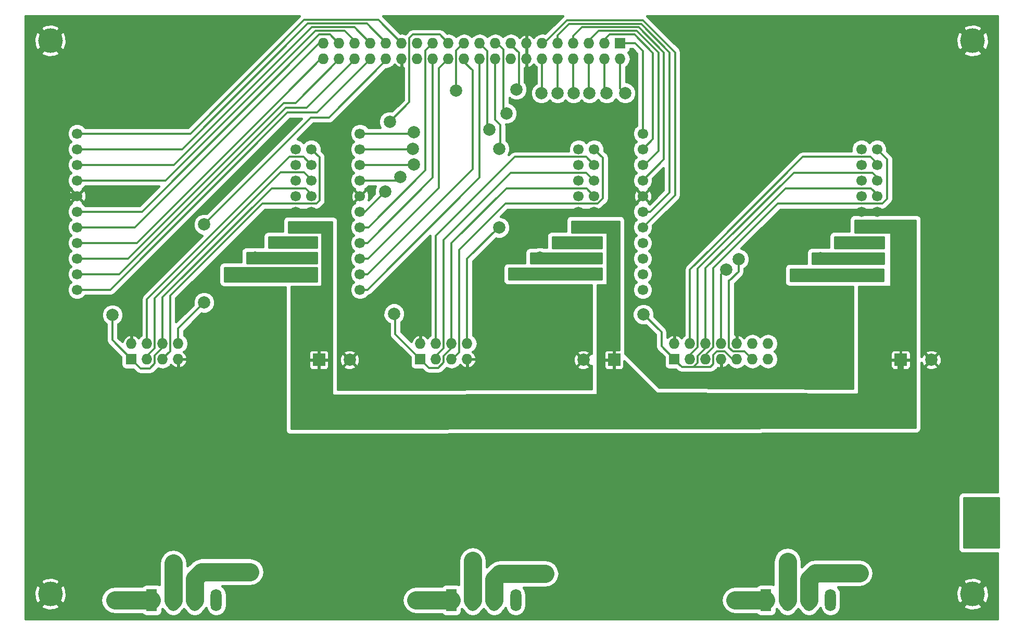
<source format=gbr>
G04 #@! TF.FileFunction,Copper,L2,Bot,Signal*
%FSLAX46Y46*%
G04 Gerber Fmt 4.6, Leading zero omitted, Abs format (unit mm)*
G04 Created by KiCad (PCBNEW 4.0.6) date Sat Mar 25 16:42:17 2017*
%MOMM*%
%LPD*%
G01*
G04 APERTURE LIST*
%ADD10C,0.100000*%
%ADD11C,1.700000*%
%ADD12R,1.727200X1.727200*%
%ADD13O,1.727200X1.727200*%
%ADD14R,1.800000X3.600000*%
%ADD15O,1.800000X3.600000*%
%ADD16R,3.600000X1.800000*%
%ADD17O,3.600000X1.800000*%
%ADD18R,2.000000X2.000000*%
%ADD19C,2.000000*%
%ADD20C,4.000000*%
%ADD21C,3.000000*%
%ADD22C,1.000000*%
%ADD23C,0.350000*%
%ADD24C,0.406400*%
G04 APERTURE END LIST*
D10*
D11*
X174470000Y-74960000D03*
X171930000Y-74960000D03*
X174470000Y-72420000D03*
X171930000Y-72420000D03*
X174470000Y-69880000D03*
X171930000Y-69880000D03*
X174470000Y-67340000D03*
X171930000Y-67340000D03*
X174470000Y-64800000D03*
X171930000Y-64800000D03*
X174470000Y-62260000D03*
X171930000Y-62260000D03*
X174470000Y-59720000D03*
X171930000Y-59720000D03*
X174470000Y-57180000D03*
X171930000Y-57180000D03*
X174470000Y-54640000D03*
X171930000Y-54640000D03*
X136370000Y-52100000D03*
X136370000Y-54640000D03*
X136370000Y-57180000D03*
X136370000Y-59720000D03*
X136370000Y-62260000D03*
X136370000Y-64800000D03*
X136370000Y-67340000D03*
X136370000Y-69880000D03*
X136370000Y-72420000D03*
X136370000Y-74960000D03*
X136370000Y-77500000D03*
D12*
X100190000Y-88800000D03*
D13*
X100190000Y-86260000D03*
X102730000Y-88800000D03*
X102730000Y-86260000D03*
X105270000Y-88800000D03*
X105270000Y-86260000D03*
X107810000Y-88800000D03*
X107810000Y-86260000D03*
D12*
X53190000Y-88800000D03*
D13*
X53190000Y-86260000D03*
X55730000Y-88800000D03*
X55730000Y-86260000D03*
X58270000Y-88800000D03*
X58270000Y-86260000D03*
X60810000Y-88800000D03*
X60810000Y-86260000D03*
D12*
X132700000Y-37400000D03*
D13*
X132700000Y-39940000D03*
X130160000Y-37400000D03*
X130160000Y-39940000D03*
X127620000Y-37400000D03*
X127620000Y-39940000D03*
X125080000Y-37400000D03*
X125080000Y-39940000D03*
X122540000Y-37400000D03*
X122540000Y-39940000D03*
X120000000Y-37400000D03*
X120000000Y-39940000D03*
X117460000Y-37400000D03*
X117460000Y-39940000D03*
X114920000Y-37400000D03*
X114920000Y-39940000D03*
X112380000Y-37400000D03*
X112380000Y-39940000D03*
X109840000Y-37400000D03*
X109840000Y-39940000D03*
X107300000Y-37400000D03*
X107300000Y-39940000D03*
X104760000Y-37400000D03*
X104760000Y-39940000D03*
X102220000Y-37400000D03*
X102220000Y-39940000D03*
X99680000Y-37400000D03*
X99680000Y-39940000D03*
X97140000Y-37400000D03*
X97140000Y-39940000D03*
X94600000Y-37400000D03*
X94600000Y-39940000D03*
X92060000Y-37400000D03*
X92060000Y-39940000D03*
X89520000Y-37400000D03*
X89520000Y-39940000D03*
X86980000Y-37400000D03*
X86980000Y-39940000D03*
X84440000Y-37400000D03*
X84440000Y-39940000D03*
D14*
X156400000Y-128000000D03*
D15*
X159900000Y-128000000D03*
X163400000Y-128000000D03*
X166900000Y-128000000D03*
D14*
X105200000Y-128000000D03*
D15*
X108700000Y-128000000D03*
X112200000Y-128000000D03*
X115700000Y-128000000D03*
D16*
X190750000Y-121450000D03*
D17*
X190750000Y-117950000D03*
D14*
X56500000Y-128000000D03*
D15*
X60000000Y-128000000D03*
X63500000Y-128000000D03*
X67000000Y-128000000D03*
D11*
X128470000Y-74960000D03*
X125930000Y-74960000D03*
X128470000Y-72420000D03*
X125930000Y-72420000D03*
X128470000Y-69880000D03*
X125930000Y-69880000D03*
X128470000Y-67340000D03*
X125930000Y-67340000D03*
X128470000Y-64800000D03*
X125930000Y-64800000D03*
X128470000Y-62260000D03*
X125930000Y-62260000D03*
X128470000Y-59720000D03*
X125930000Y-59720000D03*
X128470000Y-57180000D03*
X125930000Y-57180000D03*
X128470000Y-54640000D03*
X125930000Y-54640000D03*
X90370000Y-52100000D03*
X90370000Y-54640000D03*
X90370000Y-57180000D03*
X90370000Y-59720000D03*
X90370000Y-62260000D03*
X90370000Y-64800000D03*
X90370000Y-67340000D03*
X90370000Y-69880000D03*
X90370000Y-72420000D03*
X90370000Y-74960000D03*
X90370000Y-77500000D03*
X82470000Y-74960000D03*
X79930000Y-74960000D03*
X82470000Y-72420000D03*
X79930000Y-72420000D03*
X82470000Y-69880000D03*
X79930000Y-69880000D03*
X82470000Y-67340000D03*
X79930000Y-67340000D03*
X82470000Y-64800000D03*
X79930000Y-64800000D03*
X82470000Y-62260000D03*
X79930000Y-62260000D03*
X82470000Y-59720000D03*
X79930000Y-59720000D03*
X82470000Y-57180000D03*
X79930000Y-57180000D03*
X82470000Y-54640000D03*
X79930000Y-54640000D03*
X44370000Y-52100000D03*
X44370000Y-54640000D03*
X44370000Y-57180000D03*
X44370000Y-59720000D03*
X44370000Y-62260000D03*
X44370000Y-64800000D03*
X44370000Y-67340000D03*
X44370000Y-69880000D03*
X44370000Y-72420000D03*
X44370000Y-74960000D03*
X44370000Y-77500000D03*
D18*
X178300000Y-88900000D03*
D19*
X183300000Y-88900000D03*
D18*
X131700000Y-88900000D03*
D19*
X126700000Y-88900000D03*
D18*
X83700000Y-88900000D03*
D19*
X88700000Y-88900000D03*
D12*
X141500000Y-88800000D03*
D13*
X141500000Y-86260000D03*
X144040000Y-88800000D03*
X144040000Y-86260000D03*
X146580000Y-88800000D03*
X146580000Y-86260000D03*
X149120000Y-88800000D03*
X149120000Y-86260000D03*
X151660000Y-88800000D03*
X151660000Y-86260000D03*
X154200000Y-88800000D03*
X154200000Y-86260000D03*
X156740000Y-88800000D03*
X156740000Y-86260000D03*
D20*
X40001260Y-36998920D03*
X190000960Y-36998920D03*
X190000960Y-126998740D03*
X40001260Y-126998740D03*
D19*
X50500000Y-128000000D03*
X184500000Y-119000000D03*
X184500000Y-126000000D03*
X184500000Y-122500000D03*
X38000000Y-115600000D03*
X157400000Y-36600000D03*
X178300000Y-36600000D03*
X191100000Y-49300000D03*
X191100000Y-66200000D03*
X191100000Y-77700000D03*
X191100000Y-88400000D03*
X86300000Y-63100000D03*
X86300000Y-57300000D03*
X86300000Y-52800000D03*
X132400000Y-52800000D03*
X132400000Y-57300000D03*
X132400000Y-63100000D03*
X38000000Y-81100000D03*
X38000000Y-45600000D03*
X38000000Y-62200000D03*
X60000000Y-122000000D03*
X72500000Y-123400000D03*
X50100000Y-81600000D03*
X99500000Y-128000000D03*
X108700000Y-121600000D03*
X120500000Y-123700000D03*
X95900000Y-81400000D03*
X151400000Y-128000000D03*
X159900000Y-121700000D03*
X171600000Y-123600000D03*
X136450000Y-81500000D03*
X65000000Y-66900000D03*
X106000000Y-45100000D03*
X96900000Y-59200000D03*
X111400000Y-51500000D03*
X99100000Y-57100000D03*
X99000000Y-54600000D03*
X114200000Y-48800000D03*
X99100000Y-51900000D03*
X115800000Y-44900000D03*
X94500000Y-61500000D03*
X95200000Y-50200000D03*
X113000000Y-54600000D03*
X130500000Y-45500000D03*
X127700000Y-45500000D03*
X125100000Y-45500000D03*
X122500000Y-45500000D03*
X133500000Y-45500000D03*
X65000000Y-79600000D03*
X113000000Y-67400000D03*
X149900000Y-74200000D03*
X173100000Y-94900000D03*
X175200000Y-97000000D03*
X178900000Y-97000000D03*
X69700000Y-75100000D03*
X73300000Y-72300000D03*
X76900000Y-69800000D03*
X115900000Y-75000000D03*
X119600000Y-72300000D03*
X122900000Y-69900000D03*
X161700000Y-75200000D03*
X165300000Y-72400000D03*
X168900000Y-69900000D03*
X193000000Y-113600000D03*
X189950000Y-113600000D03*
X151950000Y-72550000D03*
X119900000Y-45500000D03*
D21*
X50600000Y-128000000D02*
X50500000Y-128000000D01*
X50600000Y-128000000D02*
X56500000Y-128000000D01*
D22*
X190750000Y-121450000D02*
X185550000Y-121450000D01*
X184500000Y-126000000D02*
X184500000Y-119000000D01*
X185550000Y-121450000D02*
X184500000Y-122500000D01*
X178300000Y-36600000D02*
X157400000Y-36600000D01*
X191100000Y-66200000D02*
X191100000Y-49300000D01*
X191100000Y-88400000D02*
X191100000Y-77700000D01*
X84600000Y-64800000D02*
X86300000Y-63100000D01*
X86300000Y-57300000D02*
X86300000Y-52800000D01*
X82370000Y-64800000D02*
X84600000Y-64800000D01*
X128470000Y-64800000D02*
X130700000Y-64800000D01*
X132400000Y-57300000D02*
X132400000Y-52800000D01*
X130700000Y-64800000D02*
X132400000Y-63100000D01*
X44370000Y-62260000D02*
X38060000Y-62260000D01*
X38000000Y-45600000D02*
X38000000Y-81100000D01*
X38060000Y-62260000D02*
X38000000Y-62200000D01*
D21*
X60000000Y-128000000D02*
X60000000Y-122000000D01*
X64600000Y-123400000D02*
X72500000Y-123400000D01*
X63500000Y-128000000D02*
X63500000Y-124500000D01*
X63500000Y-124500000D02*
X64600000Y-123400000D01*
X64600000Y-123400000D02*
X64500000Y-123500000D01*
D23*
X53190000Y-88790000D02*
X50100000Y-85700000D01*
X50100000Y-85700000D02*
X50100000Y-81600000D01*
X53190000Y-88790000D02*
X53190000Y-88800000D01*
X58270000Y-86260000D02*
X58270000Y-86930000D01*
X58270000Y-86930000D02*
X57000000Y-88200000D01*
X57000000Y-88200000D02*
X57000000Y-89500000D01*
X57000000Y-89500000D02*
X56200000Y-90300000D01*
X56200000Y-90300000D02*
X54690000Y-90300000D01*
X54690000Y-90300000D02*
X53190000Y-88800000D01*
X82470000Y-62260000D02*
X82470000Y-61970000D01*
X82470000Y-61970000D02*
X81500000Y-61000000D01*
X81500000Y-61000000D02*
X76000000Y-61000000D01*
X76000000Y-61000000D02*
X58270000Y-78730000D01*
X58270000Y-78730000D02*
X58270000Y-86260000D01*
D21*
X99500000Y-128000000D02*
X105200000Y-128000000D01*
X108700000Y-128000000D02*
X108700000Y-121600000D01*
X112200000Y-128000000D02*
X112200000Y-124600000D01*
X113100000Y-123700000D02*
X120500000Y-123700000D01*
X112200000Y-124600000D02*
X113100000Y-123700000D01*
D23*
X95900000Y-81400000D02*
X96100000Y-81600000D01*
X96100000Y-81600000D02*
X96100000Y-84710000D01*
X96100000Y-84710000D02*
X100190000Y-88800000D01*
X124900000Y-61000000D02*
X114200000Y-61000000D01*
X124900000Y-61000000D02*
X127210000Y-61000000D01*
X128470000Y-62260000D02*
X127210000Y-61000000D01*
X105270000Y-80630000D02*
X105270000Y-86260000D01*
X105270000Y-69930000D02*
X105270000Y-80630000D01*
X114200000Y-61000000D02*
X105270000Y-69930000D01*
X105270000Y-86260000D02*
X105270000Y-87030000D01*
X105270000Y-87030000D02*
X104000000Y-88300000D01*
X101590000Y-90200000D02*
X100190000Y-88800000D01*
X103100000Y-90200000D02*
X101590000Y-90200000D01*
X104000000Y-89300000D02*
X103100000Y-90200000D01*
X104000000Y-88300000D02*
X104000000Y-89300000D01*
D21*
X151400000Y-128000000D02*
X156400000Y-128000000D01*
X159900000Y-128000000D02*
X159900000Y-121700000D01*
X163400000Y-128000000D02*
X163400000Y-124600000D01*
X164400000Y-123600000D02*
X171600000Y-123600000D01*
X163400000Y-124600000D02*
X164400000Y-123600000D01*
D23*
X146580000Y-86260000D02*
X146580000Y-74020000D01*
X146580000Y-74020000D02*
X150200000Y-70400000D01*
X150200000Y-70400000D02*
X159600000Y-61000000D01*
X159600000Y-61000000D02*
X170400000Y-61000000D01*
X173500000Y-61000000D02*
X170400000Y-61000000D01*
X173500000Y-61000000D02*
X174470000Y-61970000D01*
X136400000Y-81400000D02*
X139400000Y-84400000D01*
X139400000Y-84400000D02*
X139400000Y-86700000D01*
X139400000Y-86700000D02*
X141500000Y-88800000D01*
X136475000Y-81475000D02*
X136400000Y-81400000D01*
X136450000Y-81500000D02*
X136475000Y-81475000D01*
X151660000Y-88800000D02*
X151550000Y-88800000D01*
X151050000Y-88900000D02*
X149700000Y-87550000D01*
X149700000Y-87550000D02*
X148400000Y-87550000D01*
X148400000Y-87550000D02*
X147850000Y-88100000D01*
X147850000Y-88100000D02*
X147850000Y-89600000D01*
X147850000Y-89600000D02*
X147400000Y-90050000D01*
X147400000Y-90050000D02*
X144600000Y-90050000D01*
X141500000Y-88800000D02*
X141500000Y-88850000D01*
X141500000Y-88850000D02*
X142700000Y-90050000D01*
X145300000Y-88300000D02*
X146580000Y-87020000D01*
X145300000Y-89350000D02*
X145300000Y-88300000D01*
X144600000Y-90050000D02*
X145300000Y-89350000D01*
X142700000Y-90050000D02*
X144600000Y-90050000D01*
X146580000Y-87020000D02*
X146580000Y-86260000D01*
X174470000Y-62260000D02*
X174470000Y-61970000D01*
X58780000Y-59720000D02*
X44370000Y-59720000D01*
X89520000Y-37400000D02*
X89520000Y-37020000D01*
X89520000Y-37020000D02*
X87900000Y-35400000D01*
X87900000Y-35400000D02*
X83100000Y-35400000D01*
X83100000Y-35400000D02*
X58780000Y-59720000D01*
X44370000Y-57180000D02*
X60120000Y-57180000D01*
X89460000Y-34800000D02*
X92060000Y-37400000D01*
X82500000Y-34800000D02*
X89460000Y-34800000D01*
X60120000Y-57180000D02*
X82500000Y-34800000D01*
X94600000Y-37400000D02*
X94600000Y-37300000D01*
X94600000Y-37300000D02*
X91500000Y-34200000D01*
X91500000Y-34200000D02*
X81900000Y-34200000D01*
X81900000Y-34200000D02*
X61460000Y-54640000D01*
X61460000Y-54640000D02*
X44370000Y-54640000D01*
X44370000Y-52100000D02*
X62800000Y-52100000D01*
X62800000Y-52100000D02*
X81300000Y-33600000D01*
X93340000Y-33600000D02*
X97140000Y-37400000D01*
X81300000Y-33600000D02*
X93340000Y-33600000D01*
X44370000Y-77500000D02*
X49800000Y-77500000D01*
X49800000Y-77500000D02*
X78600000Y-48700000D01*
X92060000Y-40040000D02*
X92060000Y-39940000D01*
X83400000Y-48700000D02*
X92060000Y-40040000D01*
X78600000Y-48700000D02*
X83400000Y-48700000D01*
X89520000Y-39940000D02*
X89520000Y-40080000D01*
X89520000Y-40080000D02*
X81700000Y-47900000D01*
X51240000Y-74960000D02*
X78300000Y-47900000D01*
X78300000Y-47900000D02*
X81700000Y-47900000D01*
X51240000Y-74960000D02*
X44370000Y-74960000D01*
X86980000Y-39940000D02*
X86980000Y-40020000D01*
X86980000Y-40020000D02*
X79900000Y-47100000D01*
X52680000Y-72420000D02*
X44370000Y-72420000D01*
X78000000Y-47100000D02*
X52680000Y-72420000D01*
X79900000Y-47100000D02*
X78000000Y-47100000D01*
X44370000Y-69880000D02*
X54120000Y-69880000D01*
X54120000Y-69880000D02*
X77700000Y-46300000D01*
X84440000Y-39560000D02*
X84440000Y-39940000D01*
X77700000Y-46300000D02*
X84440000Y-39560000D01*
X77700000Y-46300000D02*
X77700000Y-46300000D01*
X84440000Y-37400000D02*
X83700000Y-37400000D01*
X83700000Y-37400000D02*
X53760000Y-67340000D01*
X53760000Y-67340000D02*
X44370000Y-67340000D01*
X86980000Y-37400000D02*
X86900000Y-37400000D01*
X86900000Y-37400000D02*
X85500000Y-36000000D01*
X85500000Y-36000000D02*
X83700000Y-36000000D01*
X83700000Y-36000000D02*
X54900000Y-64800000D01*
X54900000Y-64800000D02*
X44370000Y-64800000D01*
X94600000Y-40200000D02*
X94600000Y-39940000D01*
X85300000Y-49500000D02*
X94600000Y-40200000D01*
X82400000Y-49500000D02*
X85300000Y-49500000D01*
X65000000Y-66900000D02*
X82400000Y-49500000D01*
X107300000Y-37400000D02*
X107200000Y-37400000D01*
X107200000Y-37400000D02*
X106000000Y-38600000D01*
X106000000Y-38600000D02*
X106000000Y-45100000D01*
X96900000Y-59200000D02*
X96380000Y-59720000D01*
X96380000Y-59720000D02*
X90370000Y-59720000D01*
X90370000Y-57180000D02*
X99080000Y-57180000D01*
X111100000Y-38660000D02*
X109840000Y-37400000D01*
X111100000Y-51200000D02*
X111100000Y-38660000D01*
X111400000Y-51500000D02*
X111100000Y-51200000D01*
X99100000Y-57160000D02*
X99100000Y-57100000D01*
X99080000Y-57180000D02*
X99100000Y-57160000D01*
X98960000Y-54640000D02*
X99000000Y-54600000D01*
X90370000Y-54640000D02*
X98960000Y-54640000D01*
X113700000Y-48300000D02*
X114200000Y-48800000D01*
X113700000Y-38400000D02*
X113700000Y-48300000D01*
X113700000Y-38400000D02*
X112700000Y-37400000D01*
X112380000Y-37400000D02*
X112700000Y-37400000D01*
X114920000Y-37400000D02*
X114920000Y-37620000D01*
X114920000Y-37620000D02*
X116200000Y-38900000D01*
X98900000Y-52100000D02*
X90370000Y-52100000D01*
X99100000Y-51900000D02*
X98900000Y-52100000D01*
X116200000Y-44500000D02*
X115800000Y-44900000D01*
X116200000Y-38900000D02*
X116200000Y-44500000D01*
X114920000Y-37400000D02*
X115200000Y-37400000D01*
X90370000Y-77500000D02*
X91600000Y-77500000D01*
X109840000Y-59260000D02*
X109840000Y-39940000D01*
X91600000Y-77500000D02*
X109840000Y-59260000D01*
X107300000Y-39940000D02*
X107300000Y-40440000D01*
X107300000Y-40440000D02*
X108700000Y-41840000D01*
X90370000Y-74960000D02*
X91640000Y-74960000D01*
X108700000Y-57900000D02*
X108700000Y-41840000D01*
X91640000Y-74960000D02*
X108700000Y-57900000D01*
X103200000Y-42340000D02*
X103200000Y-41500000D01*
X91680000Y-72420000D02*
X103200000Y-60900000D01*
X103200000Y-60900000D02*
X103200000Y-42340000D01*
X90370000Y-72420000D02*
X91680000Y-72420000D01*
X103200000Y-41500000D02*
X104760000Y-39940000D01*
X90370000Y-69880000D02*
X91620000Y-69880000D01*
X102220000Y-59280000D02*
X102220000Y-39940000D01*
X91620000Y-69880000D02*
X102220000Y-59280000D01*
X90370000Y-67340000D02*
X91760000Y-67340000D01*
X101000000Y-38620000D02*
X102220000Y-37400000D01*
X101000000Y-58100000D02*
X101000000Y-38620000D01*
X91760000Y-67340000D02*
X101000000Y-58100000D01*
X90370000Y-64800000D02*
X91200000Y-64800000D01*
X91200000Y-64800000D02*
X94500000Y-61500000D01*
X95200000Y-50200000D02*
X98400000Y-47000000D01*
X98400000Y-47000000D02*
X98400000Y-36600000D01*
X98400000Y-36600000D02*
X99000000Y-36000000D01*
X99000000Y-36000000D02*
X103360000Y-36000000D01*
X103360000Y-36000000D02*
X104760000Y-37400000D01*
X112380000Y-49880000D02*
X113200000Y-50700000D01*
X112380000Y-49880000D02*
X112380000Y-39940000D01*
X113200000Y-54400000D02*
X113200000Y-50700000D01*
X125080000Y-37400000D02*
X125080000Y-36220000D01*
X139800000Y-56290000D02*
X136370000Y-59720000D01*
X139800000Y-38900000D02*
X139800000Y-56290000D01*
X135700000Y-34800000D02*
X139800000Y-38900000D01*
X126500000Y-34800000D02*
X135700000Y-34800000D01*
X125080000Y-36220000D02*
X126500000Y-34800000D01*
X127620000Y-37400000D02*
X127620000Y-36980000D01*
X127620000Y-36980000D02*
X129200000Y-35400000D01*
X129200000Y-35400000D02*
X135400000Y-35400000D01*
X135400000Y-35400000D02*
X138900000Y-38900000D01*
X136370000Y-57180000D02*
X136620000Y-57180000D01*
X136620000Y-57180000D02*
X138900000Y-54900000D01*
X138900000Y-54900000D02*
X138900000Y-38900000D01*
X130160000Y-37400000D02*
X130160000Y-36840000D01*
X130160000Y-36840000D02*
X131000000Y-36000000D01*
X131000000Y-36000000D02*
X135000000Y-36000000D01*
X135000000Y-36000000D02*
X138000000Y-39000000D01*
X138000000Y-39000000D02*
X138000000Y-53010000D01*
X138000000Y-53010000D02*
X136370000Y-54640000D01*
X132700000Y-37400000D02*
X135100000Y-37400000D01*
X136370000Y-38670000D02*
X136370000Y-52100000D01*
X135100000Y-37400000D02*
X136370000Y-38670000D01*
X130160000Y-39940000D02*
X130160000Y-45160000D01*
X130160000Y-45160000D02*
X130500000Y-45500000D01*
X127620000Y-45420000D02*
X127620000Y-39940000D01*
X127700000Y-45500000D02*
X127620000Y-45420000D01*
X125080000Y-39940000D02*
X125080000Y-45480000D01*
X125080000Y-45480000D02*
X125100000Y-45500000D01*
X122500000Y-45500000D02*
X122540000Y-45460000D01*
X122540000Y-45460000D02*
X122540000Y-39940000D01*
X120000000Y-37400000D02*
X120300000Y-37400000D01*
X120300000Y-37400000D02*
X124000000Y-33700000D01*
X124000000Y-33700000D02*
X136400000Y-33700000D01*
X136400000Y-33700000D02*
X141600000Y-38900000D01*
X141600000Y-38900000D02*
X141600000Y-62110000D01*
X141600000Y-62110000D02*
X136370000Y-67340000D01*
X136370000Y-64800000D02*
X137600000Y-64800000D01*
X122540000Y-36160000D02*
X122540000Y-37400000D01*
X124400000Y-34300000D02*
X122540000Y-36160000D01*
X136100000Y-34300000D02*
X124400000Y-34300000D01*
X140700000Y-38900000D02*
X136100000Y-34300000D01*
X140700000Y-61700000D02*
X140700000Y-38900000D01*
X137600000Y-64800000D02*
X140700000Y-61700000D01*
X133500000Y-45500000D02*
X133400000Y-45500000D01*
X132700000Y-44800000D02*
X132700000Y-39940000D01*
X133400000Y-45500000D02*
X132700000Y-44800000D01*
X82470000Y-59720000D02*
X82470000Y-59570000D01*
X82470000Y-59570000D02*
X81300000Y-58400000D01*
X81300000Y-58400000D02*
X77500000Y-58400000D01*
X77500000Y-58400000D02*
X57000000Y-78900000D01*
X57000000Y-78900000D02*
X57000000Y-87000000D01*
X57000000Y-87000000D02*
X55965000Y-88035000D01*
X55730000Y-86260000D02*
X55730000Y-79070000D01*
X81190000Y-55900000D02*
X82470000Y-57180000D01*
X78900000Y-55900000D02*
X81190000Y-55900000D01*
X55730000Y-79070000D02*
X78900000Y-55900000D01*
X58270000Y-88800000D02*
X58270000Y-88730000D01*
X58270000Y-88730000D02*
X59500000Y-87500000D01*
X59500000Y-87500000D02*
X59500000Y-78500000D01*
X59500000Y-78500000D02*
X74500000Y-63500000D01*
X74500000Y-63500000D02*
X83300000Y-63500000D01*
X83300000Y-63500000D02*
X83800000Y-63000000D01*
X83800000Y-63000000D02*
X83800000Y-55970000D01*
X83800000Y-55970000D02*
X82470000Y-54640000D01*
X60810000Y-86260000D02*
X60810000Y-83790000D01*
X60810000Y-83790000D02*
X65000000Y-79600000D01*
X104000000Y-81200000D02*
X104000000Y-69400000D01*
X127200000Y-58500000D02*
X125100000Y-58500000D01*
X128420000Y-59720000D02*
X127200000Y-58500000D01*
X104000000Y-87000000D02*
X104000000Y-81200000D01*
X104000000Y-87000000D02*
X102730000Y-88270000D01*
X114900000Y-58500000D02*
X125100000Y-58500000D01*
X104000000Y-69400000D02*
X114900000Y-58500000D01*
X102730000Y-88800000D02*
X102730000Y-88270000D01*
X128470000Y-59720000D02*
X128420000Y-59720000D01*
X102730000Y-81900000D02*
X102730000Y-68770000D01*
X125000000Y-55900000D02*
X127190000Y-55900000D01*
X127190000Y-55900000D02*
X128470000Y-57180000D01*
X115600000Y-55900000D02*
X125000000Y-55900000D01*
X102730000Y-68770000D02*
X115600000Y-55900000D01*
X102730000Y-86260000D02*
X102730000Y-81900000D01*
X102730000Y-81900000D02*
X102730000Y-81770000D01*
X105270000Y-88800000D02*
X105400000Y-88800000D01*
X105400000Y-88800000D02*
X106500000Y-87700000D01*
X106500000Y-87700000D02*
X106500000Y-71000000D01*
X106500000Y-71000000D02*
X114000000Y-63500000D01*
X114000000Y-63500000D02*
X129000000Y-63500000D01*
X129000000Y-63500000D02*
X129900000Y-62600000D01*
X129900000Y-62600000D02*
X129900000Y-56070000D01*
X129900000Y-56070000D02*
X128470000Y-54640000D01*
X113000000Y-67400000D02*
X112900000Y-67400000D01*
X107810000Y-72490000D02*
X107810000Y-86260000D01*
X112900000Y-67400000D02*
X107810000Y-72490000D01*
X107940000Y-86260000D02*
X107810000Y-86260000D01*
X145300000Y-74100000D02*
X145300000Y-86850000D01*
X174470000Y-59270000D02*
X173700000Y-58500000D01*
X173700000Y-58500000D02*
X170700000Y-58500000D01*
X160900000Y-58500000D02*
X170700000Y-58500000D01*
X148850000Y-70550000D02*
X160900000Y-58500000D01*
X145300000Y-74100000D02*
X148850000Y-70550000D01*
X145300000Y-86850000D02*
X143950000Y-88200000D01*
X144040000Y-88800000D02*
X144100000Y-88800000D01*
X174470000Y-59720000D02*
X174470000Y-59270000D01*
X144040000Y-86260000D02*
X144040000Y-74260000D01*
X144040000Y-74260000D02*
X147640000Y-70660000D01*
X162400000Y-55900000D02*
X171100000Y-55900000D01*
X147640000Y-70660000D02*
X162400000Y-55900000D01*
X174470000Y-57180000D02*
X174470000Y-56970000D01*
X174470000Y-56970000D02*
X173400000Y-55900000D01*
X173400000Y-55900000D02*
X171100000Y-55900000D01*
X171100000Y-55900000D02*
X171000000Y-55900000D01*
X147850000Y-86850000D02*
X147850000Y-73950000D01*
X174470000Y-54640000D02*
X176100000Y-56270000D01*
X176100000Y-62700000D02*
X176100000Y-56270000D01*
X175300000Y-63500000D02*
X176100000Y-62700000D01*
X170000000Y-63500000D02*
X175300000Y-63500000D01*
X158300000Y-63500000D02*
X170000000Y-63500000D01*
X151400000Y-70400000D02*
X158300000Y-63500000D01*
X147850000Y-73950000D02*
X151400000Y-70400000D01*
X147850000Y-86850000D02*
X146480000Y-88220000D01*
X146580000Y-88800000D02*
X146580000Y-88120000D01*
X149120000Y-86260000D02*
X149120000Y-75600000D01*
X149120000Y-75600000D02*
X149120000Y-74980000D01*
X149120000Y-74980000D02*
X149900000Y-74200000D01*
X149120000Y-75600000D02*
X149120000Y-75580000D01*
D22*
X178300000Y-88300000D02*
X178300000Y-96400000D01*
X175200000Y-97000000D02*
X173100000Y-94900000D01*
X178300000Y-96400000D02*
X178900000Y-97000000D01*
X69700000Y-75100000D02*
X69840000Y-74960000D01*
X82470000Y-74960000D02*
X69840000Y-74960000D01*
X73300000Y-72300000D02*
X73420000Y-72420000D01*
X82470000Y-72420000D02*
X73420000Y-72420000D01*
X76900000Y-69800000D02*
X76920000Y-69780000D01*
X76920000Y-69780000D02*
X82470000Y-69880000D01*
X125930000Y-74960000D02*
X128470000Y-74960000D01*
X115900000Y-75000000D02*
X116040000Y-74860000D01*
X116040000Y-74860000D02*
X125930000Y-74960000D01*
X119600000Y-72300000D02*
X119680000Y-72220000D01*
X119680000Y-72220000D02*
X128470000Y-72420000D01*
X122920000Y-69880000D02*
X128470000Y-69880000D01*
X122900000Y-69900000D02*
X122920000Y-69880000D01*
X161940000Y-74960000D02*
X174470000Y-74960000D01*
X161700000Y-75200000D02*
X161940000Y-74960000D01*
X165300000Y-72400000D02*
X165380000Y-72320000D01*
X165380000Y-72320000D02*
X174470000Y-72420000D01*
X168900000Y-69900000D02*
X168980000Y-69980000D01*
X168980000Y-69980000D02*
X174470000Y-69880000D01*
X190750000Y-117950000D02*
X190750000Y-114400000D01*
X193000000Y-113600000D02*
X193000000Y-113550000D01*
X190750000Y-114400000D02*
X189950000Y-113600000D01*
D23*
X150400000Y-86950000D02*
X150400000Y-76050000D01*
X150450000Y-76050000D02*
X151950000Y-74550000D01*
X151950000Y-74550000D02*
X151950000Y-72550000D01*
X152900000Y-87550000D02*
X154150000Y-88800000D01*
X152900000Y-87550000D02*
X151000000Y-87550000D01*
X151000000Y-87550000D02*
X150400000Y-86950000D01*
X150400000Y-76050000D02*
X150450000Y-76050000D01*
X154200000Y-88800000D02*
X154150000Y-88800000D01*
X120000000Y-39940000D02*
X120000000Y-45400000D01*
X120000000Y-45400000D02*
X119900000Y-45500000D01*
D24*
G36*
X83296800Y-76096800D02*
X68403200Y-76096800D01*
X68403200Y-74003200D01*
X83296800Y-74003200D01*
X83296800Y-76096800D01*
X83296800Y-76096800D01*
G37*
X83296800Y-76096800D02*
X68403200Y-76096800D01*
X68403200Y-74003200D01*
X83296800Y-74003200D01*
X83296800Y-76096800D01*
G36*
X83296800Y-73096800D02*
X72003200Y-73096800D01*
X72003200Y-71503200D01*
X83296800Y-71503200D01*
X83296800Y-73096800D01*
X83296800Y-73096800D01*
G37*
X83296800Y-73096800D02*
X72003200Y-73096800D01*
X72003200Y-71503200D01*
X83296800Y-71503200D01*
X83296800Y-73096800D01*
G36*
X83296800Y-70596800D02*
X75603200Y-70596800D01*
X75603200Y-69003200D01*
X83296800Y-69003200D01*
X83296800Y-70596800D01*
X83296800Y-70596800D01*
G37*
X83296800Y-70596800D02*
X75603200Y-70596800D01*
X75603200Y-69003200D01*
X83296800Y-69003200D01*
X83296800Y-70596800D01*
G36*
X180696800Y-99897198D02*
X79203200Y-100096400D01*
X79203200Y-89089900D01*
X82040400Y-89089900D01*
X82040400Y-90031202D01*
X82140818Y-90273633D01*
X82326366Y-90459182D01*
X82568797Y-90559600D01*
X83510100Y-90559600D01*
X83675000Y-90394700D01*
X83675000Y-88925000D01*
X83725000Y-88925000D01*
X83725000Y-90394700D01*
X83889900Y-90559600D01*
X84831203Y-90559600D01*
X85073634Y-90459182D01*
X85259182Y-90273633D01*
X85359600Y-90031202D01*
X85359600Y-89089900D01*
X85194700Y-88925000D01*
X83725000Y-88925000D01*
X83675000Y-88925000D01*
X82205300Y-88925000D01*
X82040400Y-89089900D01*
X79203200Y-89089900D01*
X79203200Y-87768798D01*
X82040400Y-87768798D01*
X82040400Y-88710100D01*
X82205300Y-88875000D01*
X83675000Y-88875000D01*
X83675000Y-87405300D01*
X83725000Y-87405300D01*
X83725000Y-88875000D01*
X85194700Y-88875000D01*
X85359600Y-88710100D01*
X85359600Y-87768798D01*
X85259182Y-87526367D01*
X85073634Y-87340818D01*
X84831203Y-87240400D01*
X83889900Y-87240400D01*
X83725000Y-87405300D01*
X83675000Y-87405300D01*
X83510100Y-87240400D01*
X82568797Y-87240400D01*
X82326366Y-87340818D01*
X82140818Y-87526367D01*
X82040400Y-87768798D01*
X79203200Y-87768798D01*
X79203200Y-77003200D01*
X84000000Y-77003200D01*
X84079056Y-76987191D01*
X84145655Y-76941685D01*
X84189303Y-76873855D01*
X84203200Y-76800000D01*
X84203200Y-68300000D01*
X84187191Y-68220944D01*
X84141685Y-68154345D01*
X84073855Y-68110697D01*
X84000000Y-68096800D01*
X78803200Y-68096800D01*
X78803200Y-66503200D01*
X85796800Y-66503200D01*
X85796800Y-94500000D01*
X85812809Y-94579056D01*
X85858315Y-94645655D01*
X85926145Y-94689303D01*
X86000406Y-94703200D01*
X128800406Y-94617636D01*
X128879430Y-94601468D01*
X128945938Y-94555830D01*
X128989451Y-94487912D01*
X129003200Y-94414436D01*
X129003200Y-89089900D01*
X130040400Y-89089900D01*
X130040400Y-90031202D01*
X130140818Y-90273633D01*
X130326366Y-90459182D01*
X130568797Y-90559600D01*
X131510100Y-90559600D01*
X131675000Y-90394700D01*
X131675000Y-88925000D01*
X130205300Y-88925000D01*
X130040400Y-89089900D01*
X129003200Y-89089900D01*
X129003200Y-87768798D01*
X130040400Y-87768798D01*
X130040400Y-88710100D01*
X130205300Y-88875000D01*
X131675000Y-88875000D01*
X131675000Y-87405300D01*
X131510100Y-87240400D01*
X130568797Y-87240400D01*
X130326366Y-87340818D01*
X130140818Y-87526367D01*
X130040400Y-87768798D01*
X129003200Y-87768798D01*
X129003200Y-76803200D01*
X130400000Y-76803200D01*
X130479056Y-76787191D01*
X130545655Y-76741685D01*
X130589303Y-76673855D01*
X130603200Y-76600000D01*
X130603200Y-68300000D01*
X130587191Y-68220944D01*
X130541685Y-68154345D01*
X130473855Y-68110697D01*
X130400000Y-68096800D01*
X124903200Y-68096800D01*
X124903200Y-66403200D01*
X132496800Y-66403200D01*
X132496800Y-87240400D01*
X131889900Y-87240400D01*
X131725000Y-87405300D01*
X131725000Y-88875000D01*
X131745000Y-88875000D01*
X131745000Y-88925000D01*
X131725000Y-88925000D01*
X131725000Y-90394700D01*
X131889900Y-90559600D01*
X132831203Y-90559600D01*
X133073634Y-90459182D01*
X133259182Y-90273633D01*
X133359600Y-90031202D01*
X133359600Y-89146968D01*
X138556316Y-94343684D01*
X138623537Y-94388265D01*
X138699251Y-94403199D01*
X171299251Y-94523431D01*
X171378365Y-94507713D01*
X171445132Y-94462454D01*
X171489030Y-94394784D01*
X171503200Y-94320232D01*
X171503200Y-89089900D01*
X176640400Y-89089900D01*
X176640400Y-90031202D01*
X176740818Y-90273633D01*
X176926366Y-90459182D01*
X177168797Y-90559600D01*
X178110100Y-90559600D01*
X178275000Y-90394700D01*
X178275000Y-88925000D01*
X178325000Y-88925000D01*
X178325000Y-90394700D01*
X178489900Y-90559600D01*
X179431203Y-90559600D01*
X179673634Y-90459182D01*
X179859182Y-90273633D01*
X179959600Y-90031202D01*
X179959600Y-89089900D01*
X179794700Y-88925000D01*
X178325000Y-88925000D01*
X178275000Y-88925000D01*
X176805300Y-88925000D01*
X176640400Y-89089900D01*
X171503200Y-89089900D01*
X171503200Y-87768798D01*
X176640400Y-87768798D01*
X176640400Y-88710100D01*
X176805300Y-88875000D01*
X178275000Y-88875000D01*
X178275000Y-87405300D01*
X178325000Y-87405300D01*
X178325000Y-88875000D01*
X179794700Y-88875000D01*
X179959600Y-88710100D01*
X179959600Y-87768798D01*
X179859182Y-87526367D01*
X179673634Y-87340818D01*
X179431203Y-87240400D01*
X178489900Y-87240400D01*
X178325000Y-87405300D01*
X178275000Y-87405300D01*
X178110100Y-87240400D01*
X177168797Y-87240400D01*
X176926366Y-87340818D01*
X176740818Y-87526367D01*
X176640400Y-87768798D01*
X171503200Y-87768798D01*
X171503200Y-77003200D01*
X176600000Y-77003200D01*
X176679056Y-76987191D01*
X176745655Y-76941685D01*
X176789303Y-76873855D01*
X176803200Y-76800000D01*
X176803200Y-68300000D01*
X176787191Y-68220944D01*
X176741685Y-68154345D01*
X176673855Y-68110697D01*
X176600000Y-68096800D01*
X170903200Y-68096800D01*
X170903200Y-66303200D01*
X180696800Y-66303200D01*
X180696800Y-99897198D01*
X180696800Y-99897198D01*
G37*
X180696800Y-99897198D02*
X79203200Y-100096400D01*
X79203200Y-89089900D01*
X82040400Y-89089900D01*
X82040400Y-90031202D01*
X82140818Y-90273633D01*
X82326366Y-90459182D01*
X82568797Y-90559600D01*
X83510100Y-90559600D01*
X83675000Y-90394700D01*
X83675000Y-88925000D01*
X83725000Y-88925000D01*
X83725000Y-90394700D01*
X83889900Y-90559600D01*
X84831203Y-90559600D01*
X85073634Y-90459182D01*
X85259182Y-90273633D01*
X85359600Y-90031202D01*
X85359600Y-89089900D01*
X85194700Y-88925000D01*
X83725000Y-88925000D01*
X83675000Y-88925000D01*
X82205300Y-88925000D01*
X82040400Y-89089900D01*
X79203200Y-89089900D01*
X79203200Y-87768798D01*
X82040400Y-87768798D01*
X82040400Y-88710100D01*
X82205300Y-88875000D01*
X83675000Y-88875000D01*
X83675000Y-87405300D01*
X83725000Y-87405300D01*
X83725000Y-88875000D01*
X85194700Y-88875000D01*
X85359600Y-88710100D01*
X85359600Y-87768798D01*
X85259182Y-87526367D01*
X85073634Y-87340818D01*
X84831203Y-87240400D01*
X83889900Y-87240400D01*
X83725000Y-87405300D01*
X83675000Y-87405300D01*
X83510100Y-87240400D01*
X82568797Y-87240400D01*
X82326366Y-87340818D01*
X82140818Y-87526367D01*
X82040400Y-87768798D01*
X79203200Y-87768798D01*
X79203200Y-77003200D01*
X84000000Y-77003200D01*
X84079056Y-76987191D01*
X84145655Y-76941685D01*
X84189303Y-76873855D01*
X84203200Y-76800000D01*
X84203200Y-68300000D01*
X84187191Y-68220944D01*
X84141685Y-68154345D01*
X84073855Y-68110697D01*
X84000000Y-68096800D01*
X78803200Y-68096800D01*
X78803200Y-66503200D01*
X85796800Y-66503200D01*
X85796800Y-94500000D01*
X85812809Y-94579056D01*
X85858315Y-94645655D01*
X85926145Y-94689303D01*
X86000406Y-94703200D01*
X128800406Y-94617636D01*
X128879430Y-94601468D01*
X128945938Y-94555830D01*
X128989451Y-94487912D01*
X129003200Y-94414436D01*
X129003200Y-89089900D01*
X130040400Y-89089900D01*
X130040400Y-90031202D01*
X130140818Y-90273633D01*
X130326366Y-90459182D01*
X130568797Y-90559600D01*
X131510100Y-90559600D01*
X131675000Y-90394700D01*
X131675000Y-88925000D01*
X130205300Y-88925000D01*
X130040400Y-89089900D01*
X129003200Y-89089900D01*
X129003200Y-87768798D01*
X130040400Y-87768798D01*
X130040400Y-88710100D01*
X130205300Y-88875000D01*
X131675000Y-88875000D01*
X131675000Y-87405300D01*
X131510100Y-87240400D01*
X130568797Y-87240400D01*
X130326366Y-87340818D01*
X130140818Y-87526367D01*
X130040400Y-87768798D01*
X129003200Y-87768798D01*
X129003200Y-76803200D01*
X130400000Y-76803200D01*
X130479056Y-76787191D01*
X130545655Y-76741685D01*
X130589303Y-76673855D01*
X130603200Y-76600000D01*
X130603200Y-68300000D01*
X130587191Y-68220944D01*
X130541685Y-68154345D01*
X130473855Y-68110697D01*
X130400000Y-68096800D01*
X124903200Y-68096800D01*
X124903200Y-66403200D01*
X132496800Y-66403200D01*
X132496800Y-87240400D01*
X131889900Y-87240400D01*
X131725000Y-87405300D01*
X131725000Y-88875000D01*
X131745000Y-88875000D01*
X131745000Y-88925000D01*
X131725000Y-88925000D01*
X131725000Y-90394700D01*
X131889900Y-90559600D01*
X132831203Y-90559600D01*
X133073634Y-90459182D01*
X133259182Y-90273633D01*
X133359600Y-90031202D01*
X133359600Y-89146968D01*
X138556316Y-94343684D01*
X138623537Y-94388265D01*
X138699251Y-94403199D01*
X171299251Y-94523431D01*
X171378365Y-94507713D01*
X171445132Y-94462454D01*
X171489030Y-94394784D01*
X171503200Y-94320232D01*
X171503200Y-89089900D01*
X176640400Y-89089900D01*
X176640400Y-90031202D01*
X176740818Y-90273633D01*
X176926366Y-90459182D01*
X177168797Y-90559600D01*
X178110100Y-90559600D01*
X178275000Y-90394700D01*
X178275000Y-88925000D01*
X178325000Y-88925000D01*
X178325000Y-90394700D01*
X178489900Y-90559600D01*
X179431203Y-90559600D01*
X179673634Y-90459182D01*
X179859182Y-90273633D01*
X179959600Y-90031202D01*
X179959600Y-89089900D01*
X179794700Y-88925000D01*
X178325000Y-88925000D01*
X178275000Y-88925000D01*
X176805300Y-88925000D01*
X176640400Y-89089900D01*
X171503200Y-89089900D01*
X171503200Y-87768798D01*
X176640400Y-87768798D01*
X176640400Y-88710100D01*
X176805300Y-88875000D01*
X178275000Y-88875000D01*
X178275000Y-87405300D01*
X178325000Y-87405300D01*
X178325000Y-88875000D01*
X179794700Y-88875000D01*
X179959600Y-88710100D01*
X179959600Y-87768798D01*
X179859182Y-87526367D01*
X179673634Y-87340818D01*
X179431203Y-87240400D01*
X178489900Y-87240400D01*
X178325000Y-87405300D01*
X178275000Y-87405300D01*
X178110100Y-87240400D01*
X177168797Y-87240400D01*
X176926366Y-87340818D01*
X176740818Y-87526367D01*
X176640400Y-87768798D01*
X171503200Y-87768798D01*
X171503200Y-77003200D01*
X176600000Y-77003200D01*
X176679056Y-76987191D01*
X176745655Y-76941685D01*
X176789303Y-76873855D01*
X176803200Y-76800000D01*
X176803200Y-68300000D01*
X176787191Y-68220944D01*
X176741685Y-68154345D01*
X176673855Y-68110697D01*
X176600000Y-68096800D01*
X170903200Y-68096800D01*
X170903200Y-66303200D01*
X180696800Y-66303200D01*
X180696800Y-99897198D01*
G36*
X36000760Y-32993900D02*
X80522716Y-32993900D01*
X62394816Y-51121800D01*
X45729446Y-51121800D01*
X45307685Y-50699303D01*
X44700284Y-50447088D01*
X44042601Y-50446514D01*
X43434761Y-50697668D01*
X42969303Y-51162315D01*
X42717088Y-51769716D01*
X42716514Y-52427399D01*
X42967668Y-53035239D01*
X43302022Y-53370176D01*
X42969303Y-53702315D01*
X42717088Y-54309716D01*
X42716514Y-54967399D01*
X42967668Y-55575239D01*
X43302022Y-55910176D01*
X42969303Y-56242315D01*
X42717088Y-56849716D01*
X42716514Y-57507399D01*
X42967668Y-58115239D01*
X43302022Y-58450176D01*
X42969303Y-58782315D01*
X42717088Y-59389716D01*
X42716514Y-60047399D01*
X42967668Y-60655239D01*
X43432315Y-61120697D01*
X43452507Y-61129081D01*
X43416079Y-61270724D01*
X44370000Y-62224645D01*
X45323921Y-61270724D01*
X45287629Y-61129608D01*
X45305239Y-61122332D01*
X45730111Y-60698200D01*
X57618416Y-60698200D01*
X54494816Y-63821800D01*
X45729446Y-63821800D01*
X45307685Y-63399303D01*
X45287493Y-63390919D01*
X45323921Y-63249276D01*
X44370000Y-62295355D01*
X43416079Y-63249276D01*
X43452371Y-63390392D01*
X43434761Y-63397668D01*
X42969303Y-63862315D01*
X42717088Y-64469716D01*
X42716514Y-65127399D01*
X42967668Y-65735239D01*
X43302022Y-66070176D01*
X42969303Y-66402315D01*
X42717088Y-67009716D01*
X42716514Y-67667399D01*
X42967668Y-68275239D01*
X43302022Y-68610176D01*
X42969303Y-68942315D01*
X42717088Y-69549716D01*
X42716514Y-70207399D01*
X42967668Y-70815239D01*
X43302022Y-71150176D01*
X42969303Y-71482315D01*
X42717088Y-72089716D01*
X42716514Y-72747399D01*
X42967668Y-73355239D01*
X43302022Y-73690176D01*
X42969303Y-74022315D01*
X42717088Y-74629716D01*
X42716514Y-75287399D01*
X42967668Y-75895239D01*
X43302022Y-76230176D01*
X42969303Y-76562315D01*
X42717088Y-77169716D01*
X42716514Y-77827399D01*
X42967668Y-78435239D01*
X43432315Y-78900697D01*
X44039716Y-79152912D01*
X44697399Y-79153486D01*
X45305239Y-78902332D01*
X45730111Y-78478200D01*
X49800000Y-78478200D01*
X50174341Y-78403739D01*
X50491692Y-78191692D01*
X79005184Y-49678200D01*
X80838416Y-49678200D01*
X65402118Y-65114498D01*
X65360252Y-65097113D01*
X64642895Y-65096487D01*
X63979904Y-65370430D01*
X63472213Y-65877235D01*
X63197113Y-66539748D01*
X63196487Y-67257105D01*
X63470430Y-67920096D01*
X63977235Y-68427787D01*
X64639748Y-68702887D01*
X64713664Y-68702952D01*
X55038308Y-78378308D01*
X54826261Y-78695659D01*
X54751800Y-79070000D01*
X54751800Y-84925668D01*
X54518739Y-85081394D01*
X54362988Y-85314492D01*
X54007080Y-84974493D01*
X53452941Y-84759664D01*
X53215000Y-84901903D01*
X53215000Y-86235000D01*
X53235000Y-86235000D01*
X53235000Y-86285000D01*
X53215000Y-86285000D01*
X53215000Y-86305000D01*
X53165000Y-86305000D01*
X53165000Y-86285000D01*
X53145000Y-86285000D01*
X53145000Y-86235000D01*
X53165000Y-86235000D01*
X53165000Y-84901903D01*
X52927059Y-84759664D01*
X52372920Y-84974493D01*
X51943174Y-85385029D01*
X51705974Y-85922590D01*
X51078200Y-85294816D01*
X51078200Y-83146881D01*
X51120096Y-83129570D01*
X51627787Y-82622765D01*
X51902887Y-81960252D01*
X51903513Y-81242895D01*
X51629570Y-80579904D01*
X51122765Y-80072213D01*
X50460252Y-79797113D01*
X49742895Y-79796487D01*
X49079904Y-80070430D01*
X48572213Y-80577235D01*
X48297113Y-81239748D01*
X48296487Y-81957105D01*
X48570430Y-82620096D01*
X49077235Y-83127787D01*
X49121800Y-83146292D01*
X49121800Y-85700000D01*
X49196261Y-86074341D01*
X49408308Y-86391692D01*
X51507465Y-88490849D01*
X51507465Y-89663600D01*
X51563471Y-89961248D01*
X51739381Y-90234619D01*
X52007788Y-90418014D01*
X52326400Y-90482535D01*
X53489151Y-90482535D01*
X53998308Y-90991692D01*
X54315659Y-91203739D01*
X54690000Y-91278200D01*
X56200000Y-91278200D01*
X56574341Y-91203739D01*
X56891692Y-90991692D01*
X57565903Y-90317481D01*
X57599488Y-90339922D01*
X58237345Y-90466800D01*
X58302655Y-90466800D01*
X58940512Y-90339922D01*
X59481261Y-89978606D01*
X59637012Y-89745508D01*
X59992920Y-90085507D01*
X60547059Y-90300336D01*
X60785000Y-90158097D01*
X60785000Y-88825000D01*
X60835000Y-88825000D01*
X60835000Y-90158097D01*
X61072941Y-90300336D01*
X61627080Y-90085507D01*
X62056826Y-89674971D01*
X62296754Y-89131228D01*
X62310334Y-89062941D01*
X62168070Y-88825000D01*
X60835000Y-88825000D01*
X60785000Y-88825000D01*
X60765000Y-88825000D01*
X60765000Y-88775000D01*
X60785000Y-88775000D01*
X60785000Y-88755000D01*
X60835000Y-88755000D01*
X60835000Y-88775000D01*
X62168070Y-88775000D01*
X62310334Y-88537059D01*
X62296754Y-88468772D01*
X62056826Y-87925029D01*
X61742570Y-87624821D01*
X62021261Y-87438606D01*
X62382577Y-86897857D01*
X62509455Y-86260000D01*
X62382577Y-85622143D01*
X62021261Y-85081394D01*
X61788200Y-84925668D01*
X61788200Y-84195184D01*
X64597882Y-81385502D01*
X64639748Y-81402887D01*
X65357105Y-81403513D01*
X66020096Y-81129570D01*
X66527787Y-80622765D01*
X66802887Y-79960252D01*
X66803513Y-79242895D01*
X66529570Y-78579904D01*
X66022765Y-78072213D01*
X65360252Y-77797113D01*
X64642895Y-77796487D01*
X63979904Y-78070430D01*
X63472213Y-78577235D01*
X63197113Y-79239748D01*
X63196487Y-79957105D01*
X63214914Y-80001702D01*
X60478200Y-82738416D01*
X60478200Y-78905184D01*
X65583384Y-73800000D01*
X67396800Y-73800000D01*
X67396800Y-76300000D01*
X67451730Y-76591929D01*
X67624260Y-76860048D01*
X67887510Y-77039919D01*
X68200000Y-77103200D01*
X78196800Y-77103200D01*
X78196800Y-100300000D01*
X78252305Y-100593397D01*
X78425360Y-100861177D01*
X78688963Y-101040531D01*
X79001576Y-101103198D01*
X180901576Y-100903198D01*
X181191929Y-100848270D01*
X181460048Y-100675740D01*
X181639919Y-100412490D01*
X181703200Y-100100000D01*
X181703200Y-89997435D01*
X182237920Y-89997435D01*
X182325735Y-90283493D01*
X182929336Y-90551017D01*
X183589367Y-90567187D01*
X184205345Y-90329544D01*
X184274265Y-90283493D01*
X184362080Y-89997435D01*
X183300000Y-88935355D01*
X182237920Y-89997435D01*
X181703200Y-89997435D01*
X181703200Y-89371812D01*
X181870456Y-89805345D01*
X181916507Y-89874265D01*
X182202565Y-89962080D01*
X183264645Y-88900000D01*
X183335355Y-88900000D01*
X184397435Y-89962080D01*
X184683493Y-89874265D01*
X184951017Y-89270664D01*
X184967187Y-88610633D01*
X184729544Y-87994655D01*
X184683493Y-87925735D01*
X184397435Y-87837920D01*
X183335355Y-88900000D01*
X183264645Y-88900000D01*
X182202565Y-87837920D01*
X181916507Y-87925735D01*
X181703200Y-88407009D01*
X181703200Y-87802565D01*
X182237920Y-87802565D01*
X183300000Y-88864645D01*
X184362080Y-87802565D01*
X184274265Y-87516507D01*
X183670664Y-87248983D01*
X183010633Y-87232813D01*
X182394655Y-87470456D01*
X182325735Y-87516507D01*
X182237920Y-87802565D01*
X181703200Y-87802565D01*
X181703200Y-66100000D01*
X181648270Y-65808071D01*
X181475740Y-65539952D01*
X181212490Y-65360081D01*
X180900000Y-65296800D01*
X170700000Y-65296800D01*
X170408071Y-65351730D01*
X170139952Y-65524260D01*
X169960081Y-65787510D01*
X169896800Y-66100000D01*
X169896800Y-67996800D01*
X167400000Y-67996800D01*
X167108071Y-68051730D01*
X166839952Y-68224260D01*
X166660081Y-68487510D01*
X166596800Y-68800000D01*
X166596800Y-70596800D01*
X165301573Y-70596800D01*
X164942895Y-70596487D01*
X164942137Y-70596800D01*
X163800000Y-70596800D01*
X163508071Y-70651730D01*
X163239952Y-70824260D01*
X163060081Y-71087510D01*
X162996800Y-71400000D01*
X162996800Y-73196800D01*
X160200000Y-73196800D01*
X159908071Y-73251730D01*
X159639952Y-73424260D01*
X159460081Y-73687510D01*
X159396800Y-74000000D01*
X159396800Y-76200000D01*
X159451730Y-76491929D01*
X159624260Y-76760048D01*
X159887510Y-76939919D01*
X160200000Y-77003200D01*
X161698426Y-77003200D01*
X162057105Y-77003513D01*
X162057863Y-77003200D01*
X170496800Y-77003200D01*
X170496800Y-93514064D01*
X139033922Y-93398026D01*
X133515004Y-87879108D01*
X133503200Y-87816375D01*
X133503200Y-81857105D01*
X134646487Y-81857105D01*
X134920430Y-82520096D01*
X135427235Y-83027787D01*
X136089748Y-83302887D01*
X136807105Y-83303513D01*
X136887083Y-83270467D01*
X138421800Y-84805184D01*
X138421800Y-86700000D01*
X138496261Y-87074341D01*
X138708308Y-87391692D01*
X139817465Y-88500849D01*
X139817465Y-89663600D01*
X139873471Y-89961248D01*
X140049381Y-90234619D01*
X140317788Y-90418014D01*
X140636400Y-90482535D01*
X141749151Y-90482535D01*
X142008308Y-90741692D01*
X142325659Y-90953739D01*
X142700000Y-91028200D01*
X147400000Y-91028200D01*
X147774341Y-90953739D01*
X148091692Y-90741692D01*
X148541692Y-90291692D01*
X148601989Y-90201450D01*
X148857059Y-90300336D01*
X149095000Y-90158097D01*
X149095000Y-88825000D01*
X149075000Y-88825000D01*
X149075000Y-88775000D01*
X149095000Y-88775000D01*
X149095000Y-88755000D01*
X149145000Y-88755000D01*
X149145000Y-88775000D01*
X149165000Y-88775000D01*
X149165000Y-88825000D01*
X149145000Y-88825000D01*
X149145000Y-90158097D01*
X149382941Y-90300336D01*
X149937080Y-90085507D01*
X150292988Y-89745508D01*
X150448739Y-89978606D01*
X150989488Y-90339922D01*
X151627345Y-90466800D01*
X151692655Y-90466800D01*
X152330512Y-90339922D01*
X152871261Y-89978606D01*
X152930000Y-89890697D01*
X152988739Y-89978606D01*
X153529488Y-90339922D01*
X154167345Y-90466800D01*
X154232655Y-90466800D01*
X154870512Y-90339922D01*
X155411261Y-89978606D01*
X155470000Y-89890697D01*
X155528739Y-89978606D01*
X156069488Y-90339922D01*
X156707345Y-90466800D01*
X156772655Y-90466800D01*
X157410512Y-90339922D01*
X157951261Y-89978606D01*
X158312577Y-89437857D01*
X158439455Y-88800000D01*
X158312577Y-88162143D01*
X157951261Y-87621394D01*
X157814480Y-87530000D01*
X157951261Y-87438606D01*
X158312577Y-86897857D01*
X158439455Y-86260000D01*
X158312577Y-85622143D01*
X157951261Y-85081394D01*
X157410512Y-84720078D01*
X156772655Y-84593200D01*
X156707345Y-84593200D01*
X156069488Y-84720078D01*
X155528739Y-85081394D01*
X155470000Y-85169303D01*
X155411261Y-85081394D01*
X154870512Y-84720078D01*
X154232655Y-84593200D01*
X154167345Y-84593200D01*
X153529488Y-84720078D01*
X152988739Y-85081394D01*
X152832988Y-85314492D01*
X152477080Y-84974493D01*
X151922941Y-84759664D01*
X151685000Y-84901903D01*
X151685000Y-86235000D01*
X151705000Y-86235000D01*
X151705000Y-86285000D01*
X151685000Y-86285000D01*
X151685000Y-86305000D01*
X151635000Y-86305000D01*
X151635000Y-86285000D01*
X151615000Y-86285000D01*
X151615000Y-86235000D01*
X151635000Y-86235000D01*
X151635000Y-84901903D01*
X151397059Y-84759664D01*
X151378200Y-84766975D01*
X151378200Y-76505184D01*
X152641692Y-75241692D01*
X152853739Y-74924341D01*
X152928200Y-74550000D01*
X152928200Y-74096881D01*
X152970096Y-74079570D01*
X153477787Y-73572765D01*
X153752887Y-72910252D01*
X153753513Y-72192895D01*
X153479570Y-71529904D01*
X152972765Y-71022213D01*
X152399296Y-70784088D01*
X158705184Y-64478200D01*
X175300000Y-64478200D01*
X175674341Y-64403739D01*
X175991692Y-64191692D01*
X176791692Y-63391692D01*
X177003739Y-63074341D01*
X177078200Y-62700000D01*
X177078200Y-56270000D01*
X177003739Y-55895659D01*
X176791692Y-55578308D01*
X176122965Y-54909581D01*
X176123486Y-54312601D01*
X175872332Y-53704761D01*
X175407685Y-53239303D01*
X174800284Y-52987088D01*
X174142601Y-52986514D01*
X173534761Y-53237668D01*
X173199824Y-53572022D01*
X172867685Y-53239303D01*
X172260284Y-52987088D01*
X171602601Y-52986514D01*
X170994761Y-53237668D01*
X170529303Y-53702315D01*
X170277088Y-54309716D01*
X170276554Y-54921800D01*
X162400000Y-54921800D01*
X162025659Y-54996261D01*
X161708308Y-55208308D01*
X143348308Y-73568308D01*
X143136261Y-73885659D01*
X143061800Y-74260000D01*
X143061800Y-84925668D01*
X142828739Y-85081394D01*
X142672988Y-85314492D01*
X142317080Y-84974493D01*
X141762941Y-84759664D01*
X141525000Y-84901903D01*
X141525000Y-86235000D01*
X141545000Y-86235000D01*
X141545000Y-86285000D01*
X141525000Y-86285000D01*
X141525000Y-86305000D01*
X141475000Y-86305000D01*
X141475000Y-86285000D01*
X141455000Y-86285000D01*
X141455000Y-86235000D01*
X141475000Y-86235000D01*
X141475000Y-84901903D01*
X141237059Y-84759664D01*
X140682920Y-84974493D01*
X140378200Y-85265592D01*
X140378200Y-84400000D01*
X140303739Y-84025659D01*
X140091692Y-83708308D01*
X138250173Y-81866789D01*
X138252887Y-81860252D01*
X138253513Y-81142895D01*
X137979570Y-80479904D01*
X137472765Y-79972213D01*
X136810252Y-79697113D01*
X136092895Y-79696487D01*
X135429904Y-79970430D01*
X134922213Y-80477235D01*
X134647113Y-81139748D01*
X134646487Y-81857105D01*
X133503200Y-81857105D01*
X133503200Y-66200000D01*
X133448270Y-65908071D01*
X133275740Y-65639952D01*
X133012490Y-65460081D01*
X132700000Y-65396800D01*
X124700000Y-65396800D01*
X124408071Y-65451730D01*
X124139952Y-65624260D01*
X123960081Y-65887510D01*
X123896800Y-66200000D01*
X123896800Y-67996800D01*
X121500000Y-67996800D01*
X121208071Y-68051730D01*
X120939952Y-68224260D01*
X120760081Y-68487510D01*
X120696800Y-68800000D01*
X120696800Y-70596800D01*
X120200324Y-70596800D01*
X119960252Y-70497113D01*
X119242895Y-70496487D01*
X119000120Y-70596800D01*
X118000000Y-70596800D01*
X117708071Y-70651730D01*
X117439952Y-70824260D01*
X117260081Y-71087510D01*
X117196800Y-71400000D01*
X117196800Y-73096800D01*
X114400000Y-73096800D01*
X114108071Y-73151730D01*
X113839952Y-73324260D01*
X113660081Y-73587510D01*
X113596800Y-73900000D01*
X113596800Y-76000000D01*
X113651730Y-76291929D01*
X113824260Y-76560048D01*
X114087510Y-76739919D01*
X114400000Y-76803200D01*
X115898426Y-76803200D01*
X116257105Y-76803513D01*
X116257863Y-76803200D01*
X127996800Y-76803200D01*
X127996800Y-87899122D01*
X127797435Y-87837920D01*
X126735355Y-88900000D01*
X127797435Y-89962080D01*
X127996800Y-89900878D01*
X127996800Y-93612841D01*
X86803200Y-93695193D01*
X86803200Y-89997435D01*
X87637920Y-89997435D01*
X87725735Y-90283493D01*
X88329336Y-90551017D01*
X88989367Y-90567187D01*
X89605345Y-90329544D01*
X89674265Y-90283493D01*
X89762080Y-89997435D01*
X88700000Y-88935355D01*
X87637920Y-89997435D01*
X86803200Y-89997435D01*
X86803200Y-89189367D01*
X87032813Y-89189367D01*
X87270456Y-89805345D01*
X87316507Y-89874265D01*
X87602565Y-89962080D01*
X88664645Y-88900000D01*
X88735355Y-88900000D01*
X89797435Y-89962080D01*
X90083493Y-89874265D01*
X90351017Y-89270664D01*
X90367187Y-88610633D01*
X90129544Y-87994655D01*
X90083493Y-87925735D01*
X89797435Y-87837920D01*
X88735355Y-88900000D01*
X88664645Y-88900000D01*
X87602565Y-87837920D01*
X87316507Y-87925735D01*
X87048983Y-88529336D01*
X87032813Y-89189367D01*
X86803200Y-89189367D01*
X86803200Y-87802565D01*
X87637920Y-87802565D01*
X88700000Y-88864645D01*
X89762080Y-87802565D01*
X89674265Y-87516507D01*
X89070664Y-87248983D01*
X88410633Y-87232813D01*
X87794655Y-87470456D01*
X87725735Y-87516507D01*
X87637920Y-87802565D01*
X86803200Y-87802565D01*
X86803200Y-66300000D01*
X86748270Y-66008071D01*
X86575740Y-65739952D01*
X86312490Y-65560081D01*
X86000000Y-65496800D01*
X78600000Y-65496800D01*
X78308071Y-65551730D01*
X78039952Y-65724260D01*
X77860081Y-65987510D01*
X77796800Y-66300000D01*
X77796800Y-67996800D01*
X76901573Y-67996800D01*
X76542895Y-67996487D01*
X76542137Y-67996800D01*
X75400000Y-67996800D01*
X75108071Y-68051730D01*
X74839952Y-68224260D01*
X74660081Y-68487510D01*
X74596800Y-68800000D01*
X74596800Y-70496800D01*
X73301573Y-70496800D01*
X72942895Y-70496487D01*
X72942137Y-70496800D01*
X71800000Y-70496800D01*
X71508071Y-70551730D01*
X71239952Y-70724260D01*
X71060081Y-70987510D01*
X70996800Y-71300000D01*
X70996800Y-72996800D01*
X68200000Y-72996800D01*
X67908071Y-73051730D01*
X67639952Y-73224260D01*
X67460081Y-73487510D01*
X67396800Y-73800000D01*
X65583384Y-73800000D01*
X74905184Y-64478200D01*
X83300000Y-64478200D01*
X83674341Y-64403739D01*
X83991692Y-64191692D01*
X84491692Y-63691692D01*
X84703739Y-63374341D01*
X84778200Y-63000000D01*
X84778200Y-62525440D01*
X88853886Y-62525440D01*
X89070873Y-63085426D01*
X89110251Y-63144360D01*
X89380724Y-63213921D01*
X90334645Y-62260000D01*
X89380724Y-61306079D01*
X89110251Y-61375640D01*
X88867714Y-61925043D01*
X88853886Y-62525440D01*
X84778200Y-62525440D01*
X84778200Y-55970000D01*
X84703739Y-55595659D01*
X84491692Y-55278308D01*
X84122965Y-54909581D01*
X84123486Y-54312601D01*
X83872332Y-53704761D01*
X83407685Y-53239303D01*
X82800284Y-52987088D01*
X82142601Y-52986514D01*
X81534761Y-53237668D01*
X81199824Y-53572022D01*
X80867685Y-53239303D01*
X80285730Y-52997654D01*
X82805184Y-50478200D01*
X85300000Y-50478200D01*
X85674341Y-50403739D01*
X85991692Y-50191692D01*
X94576584Y-41606800D01*
X94632655Y-41606800D01*
X95270512Y-41479922D01*
X95811261Y-41118606D01*
X95967012Y-40885508D01*
X96322920Y-41225507D01*
X96877059Y-41440336D01*
X97115000Y-41298097D01*
X97115000Y-39965000D01*
X97095000Y-39965000D01*
X97095000Y-39915000D01*
X97115000Y-39915000D01*
X97115000Y-39895000D01*
X97165000Y-39895000D01*
X97165000Y-39915000D01*
X97185000Y-39915000D01*
X97185000Y-39965000D01*
X97165000Y-39965000D01*
X97165000Y-41298097D01*
X97402941Y-41440336D01*
X97421800Y-41433025D01*
X97421800Y-46594816D01*
X95602118Y-48414498D01*
X95560252Y-48397113D01*
X94842895Y-48396487D01*
X94179904Y-48670430D01*
X93672213Y-49177235D01*
X93397113Y-49839748D01*
X93396487Y-50557105D01*
X93629815Y-51121800D01*
X91729446Y-51121800D01*
X91307685Y-50699303D01*
X90700284Y-50447088D01*
X90042601Y-50446514D01*
X89434761Y-50697668D01*
X88969303Y-51162315D01*
X88717088Y-51769716D01*
X88716514Y-52427399D01*
X88967668Y-53035239D01*
X89302022Y-53370176D01*
X88969303Y-53702315D01*
X88717088Y-54309716D01*
X88716514Y-54967399D01*
X88967668Y-55575239D01*
X89302022Y-55910176D01*
X88969303Y-56242315D01*
X88717088Y-56849716D01*
X88716514Y-57507399D01*
X88967668Y-58115239D01*
X89302022Y-58450176D01*
X88969303Y-58782315D01*
X88717088Y-59389716D01*
X88716514Y-60047399D01*
X88967668Y-60655239D01*
X89432315Y-61120697D01*
X89452507Y-61129081D01*
X89416079Y-61270724D01*
X90370000Y-62224645D01*
X91323921Y-61270724D01*
X91287629Y-61129608D01*
X91305239Y-61122332D01*
X91730111Y-60698200D01*
X92880460Y-60698200D01*
X92697113Y-61139748D01*
X92696487Y-61857105D01*
X92714914Y-61901702D01*
X91754226Y-62862390D01*
X91872286Y-62594957D01*
X91886114Y-61994560D01*
X91669127Y-61434574D01*
X91629749Y-61375640D01*
X91359276Y-61306079D01*
X90405355Y-62260000D01*
X90419498Y-62274143D01*
X90384143Y-62309498D01*
X90370000Y-62295355D01*
X89416079Y-63249276D01*
X89452371Y-63390392D01*
X89434761Y-63397668D01*
X88969303Y-63862315D01*
X88717088Y-64469716D01*
X88716514Y-65127399D01*
X88967668Y-65735239D01*
X89302022Y-66070176D01*
X88969303Y-66402315D01*
X88717088Y-67009716D01*
X88716514Y-67667399D01*
X88967668Y-68275239D01*
X89302022Y-68610176D01*
X88969303Y-68942315D01*
X88717088Y-69549716D01*
X88716514Y-70207399D01*
X88967668Y-70815239D01*
X89302022Y-71150176D01*
X88969303Y-71482315D01*
X88717088Y-72089716D01*
X88716514Y-72747399D01*
X88967668Y-73355239D01*
X89302022Y-73690176D01*
X88969303Y-74022315D01*
X88717088Y-74629716D01*
X88716514Y-75287399D01*
X88967668Y-75895239D01*
X89302022Y-76230176D01*
X88969303Y-76562315D01*
X88717088Y-77169716D01*
X88716514Y-77827399D01*
X88967668Y-78435239D01*
X89432315Y-78900697D01*
X90039716Y-79152912D01*
X90697399Y-79153486D01*
X91305239Y-78902332D01*
X91762489Y-78445879D01*
X91974341Y-78403739D01*
X92291692Y-78191692D01*
X101761339Y-68722045D01*
X101751800Y-68770000D01*
X101751800Y-84925668D01*
X101518739Y-85081394D01*
X101362988Y-85314492D01*
X101007080Y-84974493D01*
X100452941Y-84759664D01*
X100215000Y-84901903D01*
X100215000Y-86235000D01*
X100235000Y-86235000D01*
X100235000Y-86285000D01*
X100215000Y-86285000D01*
X100215000Y-86305000D01*
X100165000Y-86305000D01*
X100165000Y-86285000D01*
X100145000Y-86285000D01*
X100145000Y-86235000D01*
X100165000Y-86235000D01*
X100165000Y-84901903D01*
X99927059Y-84759664D01*
X99372920Y-84974493D01*
X98943174Y-85385029D01*
X98703246Y-85928772D01*
X98703065Y-85929681D01*
X97078200Y-84304816D01*
X97078200Y-82771742D01*
X97427787Y-82422765D01*
X97702887Y-81760252D01*
X97703513Y-81042895D01*
X97429570Y-80379904D01*
X96922765Y-79872213D01*
X96260252Y-79597113D01*
X95542895Y-79596487D01*
X94879904Y-79870430D01*
X94372213Y-80377235D01*
X94097113Y-81039748D01*
X94096487Y-81757105D01*
X94370430Y-82420096D01*
X94877235Y-82927787D01*
X95121800Y-83029339D01*
X95121800Y-84710000D01*
X95196261Y-85084341D01*
X95408308Y-85401692D01*
X98507465Y-88500849D01*
X98507465Y-89663600D01*
X98563471Y-89961248D01*
X98739381Y-90234619D01*
X99007788Y-90418014D01*
X99326400Y-90482535D01*
X100489151Y-90482535D01*
X100898308Y-90891692D01*
X101215659Y-91103739D01*
X101590000Y-91178200D01*
X103100000Y-91178200D01*
X103474341Y-91103739D01*
X103791692Y-90891692D01*
X104446011Y-90237373D01*
X104599488Y-90339922D01*
X105237345Y-90466800D01*
X105302655Y-90466800D01*
X105940512Y-90339922D01*
X106481261Y-89978606D01*
X106637012Y-89745508D01*
X106992920Y-90085507D01*
X107547059Y-90300336D01*
X107785000Y-90158097D01*
X107785000Y-88825000D01*
X107835000Y-88825000D01*
X107835000Y-90158097D01*
X108072941Y-90300336D01*
X108627080Y-90085507D01*
X108719273Y-89997435D01*
X125637920Y-89997435D01*
X125725735Y-90283493D01*
X126329336Y-90551017D01*
X126989367Y-90567187D01*
X127605345Y-90329544D01*
X127674265Y-90283493D01*
X127762080Y-89997435D01*
X126700000Y-88935355D01*
X125637920Y-89997435D01*
X108719273Y-89997435D01*
X109056826Y-89674971D01*
X109271100Y-89189367D01*
X125032813Y-89189367D01*
X125270456Y-89805345D01*
X125316507Y-89874265D01*
X125602565Y-89962080D01*
X126664645Y-88900000D01*
X125602565Y-87837920D01*
X125316507Y-87925735D01*
X125048983Y-88529336D01*
X125032813Y-89189367D01*
X109271100Y-89189367D01*
X109296754Y-89131228D01*
X109310334Y-89062941D01*
X109168070Y-88825000D01*
X107835000Y-88825000D01*
X107785000Y-88825000D01*
X107765000Y-88825000D01*
X107765000Y-88775000D01*
X107785000Y-88775000D01*
X107785000Y-88755000D01*
X107835000Y-88755000D01*
X107835000Y-88775000D01*
X109168070Y-88775000D01*
X109310334Y-88537059D01*
X109296754Y-88468772D01*
X109056826Y-87925029D01*
X108928632Y-87802565D01*
X125637920Y-87802565D01*
X126700000Y-88864645D01*
X127762080Y-87802565D01*
X127674265Y-87516507D01*
X127070664Y-87248983D01*
X126410633Y-87232813D01*
X125794655Y-87470456D01*
X125725735Y-87516507D01*
X125637920Y-87802565D01*
X108928632Y-87802565D01*
X108742570Y-87624821D01*
X109021261Y-87438606D01*
X109382577Y-86897857D01*
X109509455Y-86260000D01*
X109382577Y-85622143D01*
X109021261Y-85081394D01*
X108788200Y-84925668D01*
X108788200Y-72895184D01*
X112527222Y-69156162D01*
X112639748Y-69202887D01*
X113357105Y-69203513D01*
X114020096Y-68929570D01*
X114527787Y-68422765D01*
X114802887Y-67760252D01*
X114803513Y-67042895D01*
X114529570Y-66379904D01*
X114022765Y-65872213D01*
X113360252Y-65597113D01*
X113286336Y-65597048D01*
X114405184Y-64478200D01*
X129000000Y-64478200D01*
X129374341Y-64403739D01*
X129691692Y-64191692D01*
X130591692Y-63291692D01*
X130803739Y-62974341D01*
X130878200Y-62600000D01*
X130878200Y-62525440D01*
X134853886Y-62525440D01*
X135070873Y-63085426D01*
X135110251Y-63144360D01*
X135380724Y-63213921D01*
X136334645Y-62260000D01*
X136405355Y-62260000D01*
X137359276Y-63213921D01*
X137629749Y-63144360D01*
X137872286Y-62594957D01*
X137886114Y-61994560D01*
X137669127Y-61434574D01*
X137629749Y-61375640D01*
X137359276Y-61306079D01*
X136405355Y-62260000D01*
X136334645Y-62260000D01*
X135380724Y-61306079D01*
X135110251Y-61375640D01*
X134867714Y-61925043D01*
X134853886Y-62525440D01*
X130878200Y-62525440D01*
X130878200Y-56070000D01*
X130803739Y-55695659D01*
X130591692Y-55378308D01*
X130122965Y-54909581D01*
X130123486Y-54312601D01*
X129872332Y-53704761D01*
X129407685Y-53239303D01*
X128800284Y-52987088D01*
X128142601Y-52986514D01*
X127534761Y-53237668D01*
X127199824Y-53572022D01*
X126867685Y-53239303D01*
X126260284Y-52987088D01*
X125602601Y-52986514D01*
X124994761Y-53237668D01*
X124529303Y-53702315D01*
X124277088Y-54309716D01*
X124276554Y-54921800D01*
X115600005Y-54921800D01*
X115600000Y-54921799D01*
X115225659Y-54996261D01*
X114908308Y-55208308D01*
X114551885Y-55564731D01*
X114802887Y-54960252D01*
X114803513Y-54242895D01*
X114529570Y-53579904D01*
X114178200Y-53227920D01*
X114178200Y-50700000D01*
X114158938Y-50603166D01*
X114557105Y-50603513D01*
X115220096Y-50329570D01*
X115727787Y-49822765D01*
X116002887Y-49160252D01*
X116003513Y-48442895D01*
X115729570Y-47779904D01*
X115222765Y-47272213D01*
X114678200Y-47046089D01*
X114678200Y-46328579D01*
X114777235Y-46427787D01*
X115439748Y-46702887D01*
X116157105Y-46703513D01*
X116820096Y-46429570D01*
X117327787Y-45922765D01*
X117602887Y-45260252D01*
X117603513Y-44542895D01*
X117329570Y-43879904D01*
X117178200Y-43728269D01*
X117178200Y-41433025D01*
X117197059Y-41440336D01*
X117435000Y-41298097D01*
X117435000Y-39965000D01*
X117415000Y-39965000D01*
X117415000Y-39915000D01*
X117435000Y-39915000D01*
X117435000Y-37425000D01*
X117415000Y-37425000D01*
X117415000Y-37375000D01*
X117435000Y-37375000D01*
X117435000Y-36041903D01*
X117197059Y-35899664D01*
X116642920Y-36114493D01*
X116287012Y-36454492D01*
X116131261Y-36221394D01*
X115590512Y-35860078D01*
X114952655Y-35733200D01*
X114887345Y-35733200D01*
X114249488Y-35860078D01*
X113708739Y-36221394D01*
X113650000Y-36309303D01*
X113591261Y-36221394D01*
X113050512Y-35860078D01*
X112412655Y-35733200D01*
X112347345Y-35733200D01*
X111709488Y-35860078D01*
X111168739Y-36221394D01*
X111110000Y-36309303D01*
X111051261Y-36221394D01*
X110510512Y-35860078D01*
X109872655Y-35733200D01*
X109807345Y-35733200D01*
X109169488Y-35860078D01*
X108628739Y-36221394D01*
X108570000Y-36309303D01*
X108511261Y-36221394D01*
X107970512Y-35860078D01*
X107332655Y-35733200D01*
X107267345Y-35733200D01*
X106629488Y-35860078D01*
X106088739Y-36221394D01*
X106030000Y-36309303D01*
X105971261Y-36221394D01*
X105430512Y-35860078D01*
X104792655Y-35733200D01*
X104727345Y-35733200D01*
X104518188Y-35774804D01*
X104051692Y-35308308D01*
X103734341Y-35096261D01*
X103360000Y-35021800D01*
X99000000Y-35021800D01*
X98625659Y-35096261D01*
X98308308Y-35308308D01*
X97765493Y-35851123D01*
X97172655Y-35733200D01*
X97107345Y-35733200D01*
X96898188Y-35774804D01*
X94117284Y-32993900D01*
X123329871Y-32993900D01*
X123308308Y-33008308D01*
X120492039Y-35824577D01*
X120032655Y-35733200D01*
X119967345Y-35733200D01*
X119329488Y-35860078D01*
X118788739Y-36221394D01*
X118632988Y-36454492D01*
X118277080Y-36114493D01*
X117722941Y-35899664D01*
X117485000Y-36041903D01*
X117485000Y-37375000D01*
X117505000Y-37375000D01*
X117505000Y-37425000D01*
X117485000Y-37425000D01*
X117485000Y-39915000D01*
X117505000Y-39915000D01*
X117505000Y-39965000D01*
X117485000Y-39965000D01*
X117485000Y-41298097D01*
X117722941Y-41440336D01*
X118277080Y-41225507D01*
X118632988Y-40885508D01*
X118788739Y-41118606D01*
X119021800Y-41274332D01*
X119021800Y-43911800D01*
X118879904Y-43970430D01*
X118372213Y-44477235D01*
X118097113Y-45139748D01*
X118096487Y-45857105D01*
X118370430Y-46520096D01*
X118877235Y-47027787D01*
X119539748Y-47302887D01*
X120257105Y-47303513D01*
X120920096Y-47029570D01*
X121200044Y-46750111D01*
X121477235Y-47027787D01*
X122139748Y-47302887D01*
X122857105Y-47303513D01*
X123520096Y-47029570D01*
X123800044Y-46750111D01*
X124077235Y-47027787D01*
X124739748Y-47302887D01*
X125457105Y-47303513D01*
X126120096Y-47029570D01*
X126400044Y-46750111D01*
X126677235Y-47027787D01*
X127339748Y-47302887D01*
X128057105Y-47303513D01*
X128720096Y-47029570D01*
X129100218Y-46650111D01*
X129477235Y-47027787D01*
X130139748Y-47302887D01*
X130857105Y-47303513D01*
X131520096Y-47029570D01*
X132000393Y-46550111D01*
X132477235Y-47027787D01*
X133139748Y-47302887D01*
X133857105Y-47303513D01*
X134520096Y-47029570D01*
X135027787Y-46522765D01*
X135302887Y-45860252D01*
X135303513Y-45142895D01*
X135029570Y-44479904D01*
X134522765Y-43972213D01*
X133860252Y-43697113D01*
X133678200Y-43696954D01*
X133678200Y-41274332D01*
X133911261Y-41118606D01*
X134272577Y-40577857D01*
X134399455Y-39940000D01*
X134272577Y-39302143D01*
X134020112Y-38924302D01*
X134134619Y-38850619D01*
X134318014Y-38582212D01*
X134359328Y-38378200D01*
X134694816Y-38378200D01*
X135391800Y-39075184D01*
X135391800Y-50740554D01*
X134969303Y-51162315D01*
X134717088Y-51769716D01*
X134716514Y-52427399D01*
X134967668Y-53035239D01*
X135302022Y-53370176D01*
X134969303Y-53702315D01*
X134717088Y-54309716D01*
X134716514Y-54967399D01*
X134967668Y-55575239D01*
X135302022Y-55910176D01*
X134969303Y-56242315D01*
X134717088Y-56849716D01*
X134716514Y-57507399D01*
X134967668Y-58115239D01*
X135302022Y-58450176D01*
X134969303Y-58782315D01*
X134717088Y-59389716D01*
X134716514Y-60047399D01*
X134967668Y-60655239D01*
X135432315Y-61120697D01*
X135452507Y-61129081D01*
X135416079Y-61270724D01*
X136370000Y-62224645D01*
X137323921Y-61270724D01*
X137287629Y-61129608D01*
X137305239Y-61122332D01*
X137770697Y-60657685D01*
X138022912Y-60050284D01*
X138023436Y-59449948D01*
X139721800Y-57751584D01*
X139721800Y-61294816D01*
X137462364Y-63554252D01*
X137307685Y-63399303D01*
X137287493Y-63390919D01*
X137323921Y-63249276D01*
X136370000Y-62295355D01*
X135416079Y-63249276D01*
X135452371Y-63390392D01*
X135434761Y-63397668D01*
X134969303Y-63862315D01*
X134717088Y-64469716D01*
X134716514Y-65127399D01*
X134967668Y-65735239D01*
X135302022Y-66070176D01*
X134969303Y-66402315D01*
X134717088Y-67009716D01*
X134716514Y-67667399D01*
X134967668Y-68275239D01*
X135302022Y-68610176D01*
X134969303Y-68942315D01*
X134717088Y-69549716D01*
X134716514Y-70207399D01*
X134967668Y-70815239D01*
X135302022Y-71150176D01*
X134969303Y-71482315D01*
X134717088Y-72089716D01*
X134716514Y-72747399D01*
X134967668Y-73355239D01*
X135302022Y-73690176D01*
X134969303Y-74022315D01*
X134717088Y-74629716D01*
X134716514Y-75287399D01*
X134967668Y-75895239D01*
X135302022Y-76230176D01*
X134969303Y-76562315D01*
X134717088Y-77169716D01*
X134716514Y-77827399D01*
X134967668Y-78435239D01*
X135432315Y-78900697D01*
X136039716Y-79152912D01*
X136697399Y-79153486D01*
X137305239Y-78902332D01*
X137770697Y-78437685D01*
X138022912Y-77830284D01*
X138023486Y-77172601D01*
X137772332Y-76564761D01*
X137437978Y-76229824D01*
X137770697Y-75897685D01*
X138022912Y-75290284D01*
X138023486Y-74632601D01*
X137772332Y-74024761D01*
X137437978Y-73689824D01*
X137770697Y-73357685D01*
X138022912Y-72750284D01*
X138023486Y-72092601D01*
X137772332Y-71484761D01*
X137437978Y-71149824D01*
X137770697Y-70817685D01*
X138022912Y-70210284D01*
X138023486Y-69552601D01*
X137772332Y-68944761D01*
X137437978Y-68609824D01*
X137770697Y-68277685D01*
X138022912Y-67670284D01*
X138023436Y-67069948D01*
X142291692Y-62801692D01*
X142503739Y-62484341D01*
X142578200Y-62110000D01*
X142578200Y-38997382D01*
X188422237Y-38997382D01*
X188656752Y-39354009D01*
X189660328Y-39689145D01*
X190715762Y-39614719D01*
X191345168Y-39354009D01*
X191579683Y-38997382D01*
X190000960Y-37418659D01*
X188422237Y-38997382D01*
X142578200Y-38997382D01*
X142578200Y-38900005D01*
X142578201Y-38900000D01*
X142503739Y-38525659D01*
X142291692Y-38208308D01*
X140741672Y-36658288D01*
X187310735Y-36658288D01*
X187385161Y-37713722D01*
X187645871Y-38343128D01*
X188002498Y-38577643D01*
X189581221Y-36998920D01*
X190420699Y-36998920D01*
X191999422Y-38577643D01*
X192356049Y-38343128D01*
X192691185Y-37339552D01*
X192616759Y-36284118D01*
X192356049Y-35654712D01*
X191999422Y-35420197D01*
X190420699Y-36998920D01*
X189581221Y-36998920D01*
X188002498Y-35420197D01*
X187645871Y-35654712D01*
X187310735Y-36658288D01*
X140741672Y-36658288D01*
X139083842Y-35000458D01*
X188422237Y-35000458D01*
X190000960Y-36579181D01*
X191579683Y-35000458D01*
X191345168Y-34643831D01*
X190341592Y-34308695D01*
X189286158Y-34383121D01*
X188656752Y-34643831D01*
X188422237Y-35000458D01*
X139083842Y-35000458D01*
X137091692Y-33008308D01*
X137070129Y-32993900D01*
X194005980Y-32993900D01*
X194005980Y-110396800D01*
X188400000Y-110396800D01*
X188108071Y-110451730D01*
X187839952Y-110624260D01*
X187660081Y-110887510D01*
X187596800Y-111200000D01*
X187596800Y-119600000D01*
X187651730Y-119891929D01*
X187824260Y-120160048D01*
X188087510Y-120339919D01*
X188400000Y-120403200D01*
X194005980Y-120403200D01*
X194005980Y-131006300D01*
X35993700Y-131006300D01*
X35993700Y-128997202D01*
X38422537Y-128997202D01*
X38657052Y-129353829D01*
X39660628Y-129688965D01*
X40716062Y-129614539D01*
X41345468Y-129353829D01*
X41579983Y-128997202D01*
X40001260Y-127418479D01*
X38422537Y-128997202D01*
X35993700Y-128997202D01*
X35993700Y-126658108D01*
X37311035Y-126658108D01*
X37385461Y-127713542D01*
X37646171Y-128342948D01*
X38002798Y-128577463D01*
X39581521Y-126998740D01*
X40420999Y-126998740D01*
X41999722Y-128577463D01*
X42356349Y-128342948D01*
X42470873Y-128000000D01*
X48196800Y-128000000D01*
X48372121Y-128881396D01*
X48871392Y-129628608D01*
X49618604Y-130127879D01*
X50500000Y-130303200D01*
X54969341Y-130303200D01*
X55012981Y-130371019D01*
X55281388Y-130554414D01*
X55600000Y-130618935D01*
X57400000Y-130618935D01*
X57697648Y-130562929D01*
X57971019Y-130387019D01*
X58154414Y-130118612D01*
X58218935Y-129800000D01*
X58218935Y-129493424D01*
X58250000Y-129446932D01*
X58371392Y-129628608D01*
X58502024Y-129715894D01*
X58795656Y-130155344D01*
X59348214Y-130524552D01*
X60000000Y-130654200D01*
X60651786Y-130524552D01*
X61204344Y-130155344D01*
X61497976Y-129715894D01*
X61628608Y-129628608D01*
X61750000Y-129446932D01*
X61871392Y-129628608D01*
X62002024Y-129715894D01*
X62295656Y-130155344D01*
X62848214Y-130524552D01*
X63500000Y-130654200D01*
X64151786Y-130524552D01*
X64704344Y-130155344D01*
X64997976Y-129715894D01*
X65128608Y-129628608D01*
X65362081Y-129279191D01*
X65426448Y-129602786D01*
X65795656Y-130155344D01*
X66348214Y-130524552D01*
X67000000Y-130654200D01*
X67651786Y-130524552D01*
X68204344Y-130155344D01*
X68573552Y-129602786D01*
X68703200Y-128951000D01*
X68703200Y-128000000D01*
X97196800Y-128000000D01*
X97372121Y-128881396D01*
X97871392Y-129628608D01*
X98618604Y-130127879D01*
X99500000Y-130303200D01*
X103669341Y-130303200D01*
X103712981Y-130371019D01*
X103981388Y-130554414D01*
X104300000Y-130618935D01*
X106100000Y-130618935D01*
X106397648Y-130562929D01*
X106671019Y-130387019D01*
X106854414Y-130118612D01*
X106918935Y-129800000D01*
X106918935Y-129493424D01*
X106950000Y-129446932D01*
X107071392Y-129628608D01*
X107202024Y-129715894D01*
X107495656Y-130155344D01*
X108048214Y-130524552D01*
X108700000Y-130654200D01*
X109351786Y-130524552D01*
X109904344Y-130155344D01*
X110197976Y-129715894D01*
X110328608Y-129628608D01*
X110450000Y-129446932D01*
X110571392Y-129628608D01*
X110702024Y-129715894D01*
X110995656Y-130155344D01*
X111548214Y-130524552D01*
X112200000Y-130654200D01*
X112851786Y-130524552D01*
X113404344Y-130155344D01*
X113697976Y-129715894D01*
X113828608Y-129628608D01*
X114062081Y-129279191D01*
X114126448Y-129602786D01*
X114495656Y-130155344D01*
X115048214Y-130524552D01*
X115700000Y-130654200D01*
X116351786Y-130524552D01*
X116904344Y-130155344D01*
X117273552Y-129602786D01*
X117403200Y-128951000D01*
X117403200Y-128000000D01*
X149096800Y-128000000D01*
X149272121Y-128881396D01*
X149771392Y-129628608D01*
X150518604Y-130127879D01*
X151400000Y-130303200D01*
X154869341Y-130303200D01*
X154912981Y-130371019D01*
X155181388Y-130554414D01*
X155500000Y-130618935D01*
X157300000Y-130618935D01*
X157597648Y-130562929D01*
X157871019Y-130387019D01*
X158054414Y-130118612D01*
X158118935Y-129800000D01*
X158118935Y-129493424D01*
X158150000Y-129446932D01*
X158271392Y-129628608D01*
X158402024Y-129715894D01*
X158695656Y-130155344D01*
X159248214Y-130524552D01*
X159900000Y-130654200D01*
X160551786Y-130524552D01*
X161104344Y-130155344D01*
X161397976Y-129715894D01*
X161528608Y-129628608D01*
X161650000Y-129446932D01*
X161771392Y-129628608D01*
X161902024Y-129715894D01*
X162195656Y-130155344D01*
X162748214Y-130524552D01*
X163400000Y-130654200D01*
X164051786Y-130524552D01*
X164604344Y-130155344D01*
X164897976Y-129715894D01*
X165028608Y-129628608D01*
X165262081Y-129279191D01*
X165326448Y-129602786D01*
X165695656Y-130155344D01*
X166248214Y-130524552D01*
X166900000Y-130654200D01*
X167551786Y-130524552D01*
X168104344Y-130155344D01*
X168473552Y-129602786D01*
X168594009Y-128997202D01*
X188422237Y-128997202D01*
X188656752Y-129353829D01*
X189660328Y-129688965D01*
X190715762Y-129614539D01*
X191345168Y-129353829D01*
X191579683Y-128997202D01*
X190000960Y-127418479D01*
X188422237Y-128997202D01*
X168594009Y-128997202D01*
X168603200Y-128951000D01*
X168603200Y-127049000D01*
X168525447Y-126658108D01*
X187310735Y-126658108D01*
X187385161Y-127713542D01*
X187645871Y-128342948D01*
X188002498Y-128577463D01*
X189581221Y-126998740D01*
X190420699Y-126998740D01*
X191999422Y-128577463D01*
X192356049Y-128342948D01*
X192691185Y-127339372D01*
X192616759Y-126283938D01*
X192356049Y-125654532D01*
X191999422Y-125420017D01*
X190420699Y-126998740D01*
X189581221Y-126998740D01*
X188002498Y-125420017D01*
X187645871Y-125654532D01*
X187310735Y-126658108D01*
X168525447Y-126658108D01*
X168473552Y-126397214D01*
X168143462Y-125903200D01*
X171600000Y-125903200D01*
X172481396Y-125727879D01*
X173228608Y-125228608D01*
X173381173Y-125000278D01*
X188422237Y-125000278D01*
X190000960Y-126579001D01*
X191579683Y-125000278D01*
X191345168Y-124643651D01*
X190341592Y-124308515D01*
X189286158Y-124382941D01*
X188656752Y-124643651D01*
X188422237Y-125000278D01*
X173381173Y-125000278D01*
X173727879Y-124481396D01*
X173903200Y-123600000D01*
X173727879Y-122718604D01*
X173228608Y-121971392D01*
X172481396Y-121472121D01*
X171600000Y-121296800D01*
X164400000Y-121296800D01*
X163518604Y-121472121D01*
X162771392Y-121971391D01*
X162203200Y-122539584D01*
X162203200Y-121700000D01*
X162027879Y-120818604D01*
X161528608Y-120071392D01*
X160781396Y-119572121D01*
X159900000Y-119396800D01*
X159018604Y-119572121D01*
X158271392Y-120071392D01*
X157772121Y-120818604D01*
X157596800Y-121700000D01*
X157596800Y-125441169D01*
X157300000Y-125381065D01*
X155500000Y-125381065D01*
X155202352Y-125437071D01*
X154928981Y-125612981D01*
X154871710Y-125696800D01*
X151400000Y-125696800D01*
X150518604Y-125872121D01*
X149771392Y-126371392D01*
X149272121Y-127118604D01*
X149096800Y-128000000D01*
X117403200Y-128000000D01*
X117403200Y-127049000D01*
X117273552Y-126397214D01*
X117010280Y-126003200D01*
X120500000Y-126003200D01*
X121381396Y-125827879D01*
X122128608Y-125328608D01*
X122627879Y-124581396D01*
X122803200Y-123700000D01*
X122627879Y-122818604D01*
X122128608Y-122071392D01*
X121381396Y-121572121D01*
X120500000Y-121396800D01*
X113100000Y-121396800D01*
X112364836Y-121543033D01*
X112218603Y-121572121D01*
X111471392Y-122071392D01*
X111003200Y-122539584D01*
X111003200Y-121600000D01*
X110827879Y-120718604D01*
X110328608Y-119971392D01*
X109581396Y-119472121D01*
X108700000Y-119296800D01*
X107818604Y-119472121D01*
X107071392Y-119971392D01*
X106572121Y-120718604D01*
X106396800Y-121600000D01*
X106396800Y-125441169D01*
X106100000Y-125381065D01*
X104300000Y-125381065D01*
X104002352Y-125437071D01*
X103728981Y-125612981D01*
X103671710Y-125696800D01*
X99500000Y-125696800D01*
X98618604Y-125872121D01*
X97871392Y-126371392D01*
X97372121Y-127118604D01*
X97196800Y-128000000D01*
X68703200Y-128000000D01*
X68703200Y-127049000D01*
X68573552Y-126397214D01*
X68204344Y-125844656D01*
X67992640Y-125703200D01*
X72500000Y-125703200D01*
X73381396Y-125527879D01*
X74128608Y-125028608D01*
X74627879Y-124281396D01*
X74803200Y-123400000D01*
X74627879Y-122518604D01*
X74128608Y-121771392D01*
X73381396Y-121272121D01*
X72500000Y-121096800D01*
X64600000Y-121096800D01*
X63718603Y-121272121D01*
X62971391Y-121771392D01*
X62872354Y-121870430D01*
X62303200Y-122439584D01*
X62303200Y-122000000D01*
X62127879Y-121118604D01*
X61628608Y-120371392D01*
X60881396Y-119872121D01*
X60000000Y-119696800D01*
X59118604Y-119872121D01*
X58371392Y-120371392D01*
X57872121Y-121118604D01*
X57696800Y-122000000D01*
X57696800Y-125441169D01*
X57400000Y-125381065D01*
X55600000Y-125381065D01*
X55302352Y-125437071D01*
X55028981Y-125612981D01*
X54971710Y-125696800D01*
X50500000Y-125696800D01*
X49618604Y-125872121D01*
X48871392Y-126371392D01*
X48372121Y-127118604D01*
X48196800Y-128000000D01*
X42470873Y-128000000D01*
X42691485Y-127339372D01*
X42617059Y-126283938D01*
X42356349Y-125654532D01*
X41999722Y-125420017D01*
X40420999Y-126998740D01*
X39581521Y-126998740D01*
X38002798Y-125420017D01*
X37646171Y-125654532D01*
X37311035Y-126658108D01*
X35993700Y-126658108D01*
X35993700Y-125000278D01*
X38422537Y-125000278D01*
X40001260Y-126579001D01*
X41579983Y-125000278D01*
X41345468Y-124643651D01*
X40341892Y-124308515D01*
X39286458Y-124382941D01*
X38657052Y-124643651D01*
X38422537Y-125000278D01*
X35993700Y-125000278D01*
X35993700Y-62525440D01*
X42853886Y-62525440D01*
X43070873Y-63085426D01*
X43110251Y-63144360D01*
X43380724Y-63213921D01*
X44334645Y-62260000D01*
X44405355Y-62260000D01*
X45359276Y-63213921D01*
X45629749Y-63144360D01*
X45872286Y-62594957D01*
X45886114Y-61994560D01*
X45669127Y-61434574D01*
X45629749Y-61375640D01*
X45359276Y-61306079D01*
X44405355Y-62260000D01*
X44334645Y-62260000D01*
X43380724Y-61306079D01*
X43110251Y-61375640D01*
X42867714Y-61925043D01*
X42853886Y-62525440D01*
X35993700Y-62525440D01*
X35993700Y-38997382D01*
X38422537Y-38997382D01*
X38657052Y-39354009D01*
X39660628Y-39689145D01*
X40716062Y-39614719D01*
X41345468Y-39354009D01*
X41579983Y-38997382D01*
X40001260Y-37418659D01*
X38422537Y-38997382D01*
X35993700Y-38997382D01*
X35993700Y-36658288D01*
X37311035Y-36658288D01*
X37385461Y-37713722D01*
X37646171Y-38343128D01*
X38002798Y-38577643D01*
X39581521Y-36998920D01*
X40420999Y-36998920D01*
X41999722Y-38577643D01*
X42356349Y-38343128D01*
X42691485Y-37339552D01*
X42617059Y-36284118D01*
X42356349Y-35654712D01*
X41999722Y-35420197D01*
X40420999Y-36998920D01*
X39581521Y-36998920D01*
X38002798Y-35420197D01*
X37646171Y-35654712D01*
X37311035Y-36658288D01*
X35993700Y-36658288D01*
X35993700Y-35000458D01*
X38422537Y-35000458D01*
X40001260Y-36579181D01*
X41579983Y-35000458D01*
X41345468Y-34643831D01*
X40341892Y-34308695D01*
X39286458Y-34383121D01*
X38657052Y-34643831D01*
X38422537Y-35000458D01*
X35993700Y-35000458D01*
X35993700Y-32992496D01*
X36000760Y-32993900D01*
X36000760Y-32993900D01*
G37*
X36000760Y-32993900D02*
X80522716Y-32993900D01*
X62394816Y-51121800D01*
X45729446Y-51121800D01*
X45307685Y-50699303D01*
X44700284Y-50447088D01*
X44042601Y-50446514D01*
X43434761Y-50697668D01*
X42969303Y-51162315D01*
X42717088Y-51769716D01*
X42716514Y-52427399D01*
X42967668Y-53035239D01*
X43302022Y-53370176D01*
X42969303Y-53702315D01*
X42717088Y-54309716D01*
X42716514Y-54967399D01*
X42967668Y-55575239D01*
X43302022Y-55910176D01*
X42969303Y-56242315D01*
X42717088Y-56849716D01*
X42716514Y-57507399D01*
X42967668Y-58115239D01*
X43302022Y-58450176D01*
X42969303Y-58782315D01*
X42717088Y-59389716D01*
X42716514Y-60047399D01*
X42967668Y-60655239D01*
X43432315Y-61120697D01*
X43452507Y-61129081D01*
X43416079Y-61270724D01*
X44370000Y-62224645D01*
X45323921Y-61270724D01*
X45287629Y-61129608D01*
X45305239Y-61122332D01*
X45730111Y-60698200D01*
X57618416Y-60698200D01*
X54494816Y-63821800D01*
X45729446Y-63821800D01*
X45307685Y-63399303D01*
X45287493Y-63390919D01*
X45323921Y-63249276D01*
X44370000Y-62295355D01*
X43416079Y-63249276D01*
X43452371Y-63390392D01*
X43434761Y-63397668D01*
X42969303Y-63862315D01*
X42717088Y-64469716D01*
X42716514Y-65127399D01*
X42967668Y-65735239D01*
X43302022Y-66070176D01*
X42969303Y-66402315D01*
X42717088Y-67009716D01*
X42716514Y-67667399D01*
X42967668Y-68275239D01*
X43302022Y-68610176D01*
X42969303Y-68942315D01*
X42717088Y-69549716D01*
X42716514Y-70207399D01*
X42967668Y-70815239D01*
X43302022Y-71150176D01*
X42969303Y-71482315D01*
X42717088Y-72089716D01*
X42716514Y-72747399D01*
X42967668Y-73355239D01*
X43302022Y-73690176D01*
X42969303Y-74022315D01*
X42717088Y-74629716D01*
X42716514Y-75287399D01*
X42967668Y-75895239D01*
X43302022Y-76230176D01*
X42969303Y-76562315D01*
X42717088Y-77169716D01*
X42716514Y-77827399D01*
X42967668Y-78435239D01*
X43432315Y-78900697D01*
X44039716Y-79152912D01*
X44697399Y-79153486D01*
X45305239Y-78902332D01*
X45730111Y-78478200D01*
X49800000Y-78478200D01*
X50174341Y-78403739D01*
X50491692Y-78191692D01*
X79005184Y-49678200D01*
X80838416Y-49678200D01*
X65402118Y-65114498D01*
X65360252Y-65097113D01*
X64642895Y-65096487D01*
X63979904Y-65370430D01*
X63472213Y-65877235D01*
X63197113Y-66539748D01*
X63196487Y-67257105D01*
X63470430Y-67920096D01*
X63977235Y-68427787D01*
X64639748Y-68702887D01*
X64713664Y-68702952D01*
X55038308Y-78378308D01*
X54826261Y-78695659D01*
X54751800Y-79070000D01*
X54751800Y-84925668D01*
X54518739Y-85081394D01*
X54362988Y-85314492D01*
X54007080Y-84974493D01*
X53452941Y-84759664D01*
X53215000Y-84901903D01*
X53215000Y-86235000D01*
X53235000Y-86235000D01*
X53235000Y-86285000D01*
X53215000Y-86285000D01*
X53215000Y-86305000D01*
X53165000Y-86305000D01*
X53165000Y-86285000D01*
X53145000Y-86285000D01*
X53145000Y-86235000D01*
X53165000Y-86235000D01*
X53165000Y-84901903D01*
X52927059Y-84759664D01*
X52372920Y-84974493D01*
X51943174Y-85385029D01*
X51705974Y-85922590D01*
X51078200Y-85294816D01*
X51078200Y-83146881D01*
X51120096Y-83129570D01*
X51627787Y-82622765D01*
X51902887Y-81960252D01*
X51903513Y-81242895D01*
X51629570Y-80579904D01*
X51122765Y-80072213D01*
X50460252Y-79797113D01*
X49742895Y-79796487D01*
X49079904Y-80070430D01*
X48572213Y-80577235D01*
X48297113Y-81239748D01*
X48296487Y-81957105D01*
X48570430Y-82620096D01*
X49077235Y-83127787D01*
X49121800Y-83146292D01*
X49121800Y-85700000D01*
X49196261Y-86074341D01*
X49408308Y-86391692D01*
X51507465Y-88490849D01*
X51507465Y-89663600D01*
X51563471Y-89961248D01*
X51739381Y-90234619D01*
X52007788Y-90418014D01*
X52326400Y-90482535D01*
X53489151Y-90482535D01*
X53998308Y-90991692D01*
X54315659Y-91203739D01*
X54690000Y-91278200D01*
X56200000Y-91278200D01*
X56574341Y-91203739D01*
X56891692Y-90991692D01*
X57565903Y-90317481D01*
X57599488Y-90339922D01*
X58237345Y-90466800D01*
X58302655Y-90466800D01*
X58940512Y-90339922D01*
X59481261Y-89978606D01*
X59637012Y-89745508D01*
X59992920Y-90085507D01*
X60547059Y-90300336D01*
X60785000Y-90158097D01*
X60785000Y-88825000D01*
X60835000Y-88825000D01*
X60835000Y-90158097D01*
X61072941Y-90300336D01*
X61627080Y-90085507D01*
X62056826Y-89674971D01*
X62296754Y-89131228D01*
X62310334Y-89062941D01*
X62168070Y-88825000D01*
X60835000Y-88825000D01*
X60785000Y-88825000D01*
X60765000Y-88825000D01*
X60765000Y-88775000D01*
X60785000Y-88775000D01*
X60785000Y-88755000D01*
X60835000Y-88755000D01*
X60835000Y-88775000D01*
X62168070Y-88775000D01*
X62310334Y-88537059D01*
X62296754Y-88468772D01*
X62056826Y-87925029D01*
X61742570Y-87624821D01*
X62021261Y-87438606D01*
X62382577Y-86897857D01*
X62509455Y-86260000D01*
X62382577Y-85622143D01*
X62021261Y-85081394D01*
X61788200Y-84925668D01*
X61788200Y-84195184D01*
X64597882Y-81385502D01*
X64639748Y-81402887D01*
X65357105Y-81403513D01*
X66020096Y-81129570D01*
X66527787Y-80622765D01*
X66802887Y-79960252D01*
X66803513Y-79242895D01*
X66529570Y-78579904D01*
X66022765Y-78072213D01*
X65360252Y-77797113D01*
X64642895Y-77796487D01*
X63979904Y-78070430D01*
X63472213Y-78577235D01*
X63197113Y-79239748D01*
X63196487Y-79957105D01*
X63214914Y-80001702D01*
X60478200Y-82738416D01*
X60478200Y-78905184D01*
X65583384Y-73800000D01*
X67396800Y-73800000D01*
X67396800Y-76300000D01*
X67451730Y-76591929D01*
X67624260Y-76860048D01*
X67887510Y-77039919D01*
X68200000Y-77103200D01*
X78196800Y-77103200D01*
X78196800Y-100300000D01*
X78252305Y-100593397D01*
X78425360Y-100861177D01*
X78688963Y-101040531D01*
X79001576Y-101103198D01*
X180901576Y-100903198D01*
X181191929Y-100848270D01*
X181460048Y-100675740D01*
X181639919Y-100412490D01*
X181703200Y-100100000D01*
X181703200Y-89997435D01*
X182237920Y-89997435D01*
X182325735Y-90283493D01*
X182929336Y-90551017D01*
X183589367Y-90567187D01*
X184205345Y-90329544D01*
X184274265Y-90283493D01*
X184362080Y-89997435D01*
X183300000Y-88935355D01*
X182237920Y-89997435D01*
X181703200Y-89997435D01*
X181703200Y-89371812D01*
X181870456Y-89805345D01*
X181916507Y-89874265D01*
X182202565Y-89962080D01*
X183264645Y-88900000D01*
X183335355Y-88900000D01*
X184397435Y-89962080D01*
X184683493Y-89874265D01*
X184951017Y-89270664D01*
X184967187Y-88610633D01*
X184729544Y-87994655D01*
X184683493Y-87925735D01*
X184397435Y-87837920D01*
X183335355Y-88900000D01*
X183264645Y-88900000D01*
X182202565Y-87837920D01*
X181916507Y-87925735D01*
X181703200Y-88407009D01*
X181703200Y-87802565D01*
X182237920Y-87802565D01*
X183300000Y-88864645D01*
X184362080Y-87802565D01*
X184274265Y-87516507D01*
X183670664Y-87248983D01*
X183010633Y-87232813D01*
X182394655Y-87470456D01*
X182325735Y-87516507D01*
X182237920Y-87802565D01*
X181703200Y-87802565D01*
X181703200Y-66100000D01*
X181648270Y-65808071D01*
X181475740Y-65539952D01*
X181212490Y-65360081D01*
X180900000Y-65296800D01*
X170700000Y-65296800D01*
X170408071Y-65351730D01*
X170139952Y-65524260D01*
X169960081Y-65787510D01*
X169896800Y-66100000D01*
X169896800Y-67996800D01*
X167400000Y-67996800D01*
X167108071Y-68051730D01*
X166839952Y-68224260D01*
X166660081Y-68487510D01*
X166596800Y-68800000D01*
X166596800Y-70596800D01*
X165301573Y-70596800D01*
X164942895Y-70596487D01*
X164942137Y-70596800D01*
X163800000Y-70596800D01*
X163508071Y-70651730D01*
X163239952Y-70824260D01*
X163060081Y-71087510D01*
X162996800Y-71400000D01*
X162996800Y-73196800D01*
X160200000Y-73196800D01*
X159908071Y-73251730D01*
X159639952Y-73424260D01*
X159460081Y-73687510D01*
X159396800Y-74000000D01*
X159396800Y-76200000D01*
X159451730Y-76491929D01*
X159624260Y-76760048D01*
X159887510Y-76939919D01*
X160200000Y-77003200D01*
X161698426Y-77003200D01*
X162057105Y-77003513D01*
X162057863Y-77003200D01*
X170496800Y-77003200D01*
X170496800Y-93514064D01*
X139033922Y-93398026D01*
X133515004Y-87879108D01*
X133503200Y-87816375D01*
X133503200Y-81857105D01*
X134646487Y-81857105D01*
X134920430Y-82520096D01*
X135427235Y-83027787D01*
X136089748Y-83302887D01*
X136807105Y-83303513D01*
X136887083Y-83270467D01*
X138421800Y-84805184D01*
X138421800Y-86700000D01*
X138496261Y-87074341D01*
X138708308Y-87391692D01*
X139817465Y-88500849D01*
X139817465Y-89663600D01*
X139873471Y-89961248D01*
X140049381Y-90234619D01*
X140317788Y-90418014D01*
X140636400Y-90482535D01*
X141749151Y-90482535D01*
X142008308Y-90741692D01*
X142325659Y-90953739D01*
X142700000Y-91028200D01*
X147400000Y-91028200D01*
X147774341Y-90953739D01*
X148091692Y-90741692D01*
X148541692Y-90291692D01*
X148601989Y-90201450D01*
X148857059Y-90300336D01*
X149095000Y-90158097D01*
X149095000Y-88825000D01*
X149075000Y-88825000D01*
X149075000Y-88775000D01*
X149095000Y-88775000D01*
X149095000Y-88755000D01*
X149145000Y-88755000D01*
X149145000Y-88775000D01*
X149165000Y-88775000D01*
X149165000Y-88825000D01*
X149145000Y-88825000D01*
X149145000Y-90158097D01*
X149382941Y-90300336D01*
X149937080Y-90085507D01*
X150292988Y-89745508D01*
X150448739Y-89978606D01*
X150989488Y-90339922D01*
X151627345Y-90466800D01*
X151692655Y-90466800D01*
X152330512Y-90339922D01*
X152871261Y-89978606D01*
X152930000Y-89890697D01*
X152988739Y-89978606D01*
X153529488Y-90339922D01*
X154167345Y-90466800D01*
X154232655Y-90466800D01*
X154870512Y-90339922D01*
X155411261Y-89978606D01*
X155470000Y-89890697D01*
X155528739Y-89978606D01*
X156069488Y-90339922D01*
X156707345Y-90466800D01*
X156772655Y-90466800D01*
X157410512Y-90339922D01*
X157951261Y-89978606D01*
X158312577Y-89437857D01*
X158439455Y-88800000D01*
X158312577Y-88162143D01*
X157951261Y-87621394D01*
X157814480Y-87530000D01*
X157951261Y-87438606D01*
X158312577Y-86897857D01*
X158439455Y-86260000D01*
X158312577Y-85622143D01*
X157951261Y-85081394D01*
X157410512Y-84720078D01*
X156772655Y-84593200D01*
X156707345Y-84593200D01*
X156069488Y-84720078D01*
X155528739Y-85081394D01*
X155470000Y-85169303D01*
X155411261Y-85081394D01*
X154870512Y-84720078D01*
X154232655Y-84593200D01*
X154167345Y-84593200D01*
X153529488Y-84720078D01*
X152988739Y-85081394D01*
X152832988Y-85314492D01*
X152477080Y-84974493D01*
X151922941Y-84759664D01*
X151685000Y-84901903D01*
X151685000Y-86235000D01*
X151705000Y-86235000D01*
X151705000Y-86285000D01*
X151685000Y-86285000D01*
X151685000Y-86305000D01*
X151635000Y-86305000D01*
X151635000Y-86285000D01*
X151615000Y-86285000D01*
X151615000Y-86235000D01*
X151635000Y-86235000D01*
X151635000Y-84901903D01*
X151397059Y-84759664D01*
X151378200Y-84766975D01*
X151378200Y-76505184D01*
X152641692Y-75241692D01*
X152853739Y-74924341D01*
X152928200Y-74550000D01*
X152928200Y-74096881D01*
X152970096Y-74079570D01*
X153477787Y-73572765D01*
X153752887Y-72910252D01*
X153753513Y-72192895D01*
X153479570Y-71529904D01*
X152972765Y-71022213D01*
X152399296Y-70784088D01*
X158705184Y-64478200D01*
X175300000Y-64478200D01*
X175674341Y-64403739D01*
X175991692Y-64191692D01*
X176791692Y-63391692D01*
X177003739Y-63074341D01*
X177078200Y-62700000D01*
X177078200Y-56270000D01*
X177003739Y-55895659D01*
X176791692Y-55578308D01*
X176122965Y-54909581D01*
X176123486Y-54312601D01*
X175872332Y-53704761D01*
X175407685Y-53239303D01*
X174800284Y-52987088D01*
X174142601Y-52986514D01*
X173534761Y-53237668D01*
X173199824Y-53572022D01*
X172867685Y-53239303D01*
X172260284Y-52987088D01*
X171602601Y-52986514D01*
X170994761Y-53237668D01*
X170529303Y-53702315D01*
X170277088Y-54309716D01*
X170276554Y-54921800D01*
X162400000Y-54921800D01*
X162025659Y-54996261D01*
X161708308Y-55208308D01*
X143348308Y-73568308D01*
X143136261Y-73885659D01*
X143061800Y-74260000D01*
X143061800Y-84925668D01*
X142828739Y-85081394D01*
X142672988Y-85314492D01*
X142317080Y-84974493D01*
X141762941Y-84759664D01*
X141525000Y-84901903D01*
X141525000Y-86235000D01*
X141545000Y-86235000D01*
X141545000Y-86285000D01*
X141525000Y-86285000D01*
X141525000Y-86305000D01*
X141475000Y-86305000D01*
X141475000Y-86285000D01*
X141455000Y-86285000D01*
X141455000Y-86235000D01*
X141475000Y-86235000D01*
X141475000Y-84901903D01*
X141237059Y-84759664D01*
X140682920Y-84974493D01*
X140378200Y-85265592D01*
X140378200Y-84400000D01*
X140303739Y-84025659D01*
X140091692Y-83708308D01*
X138250173Y-81866789D01*
X138252887Y-81860252D01*
X138253513Y-81142895D01*
X137979570Y-80479904D01*
X137472765Y-79972213D01*
X136810252Y-79697113D01*
X136092895Y-79696487D01*
X135429904Y-79970430D01*
X134922213Y-80477235D01*
X134647113Y-81139748D01*
X134646487Y-81857105D01*
X133503200Y-81857105D01*
X133503200Y-66200000D01*
X133448270Y-65908071D01*
X133275740Y-65639952D01*
X133012490Y-65460081D01*
X132700000Y-65396800D01*
X124700000Y-65396800D01*
X124408071Y-65451730D01*
X124139952Y-65624260D01*
X123960081Y-65887510D01*
X123896800Y-66200000D01*
X123896800Y-67996800D01*
X121500000Y-67996800D01*
X121208071Y-68051730D01*
X120939952Y-68224260D01*
X120760081Y-68487510D01*
X120696800Y-68800000D01*
X120696800Y-70596800D01*
X120200324Y-70596800D01*
X119960252Y-70497113D01*
X119242895Y-70496487D01*
X119000120Y-70596800D01*
X118000000Y-70596800D01*
X117708071Y-70651730D01*
X117439952Y-70824260D01*
X117260081Y-71087510D01*
X117196800Y-71400000D01*
X117196800Y-73096800D01*
X114400000Y-73096800D01*
X114108071Y-73151730D01*
X113839952Y-73324260D01*
X113660081Y-73587510D01*
X113596800Y-73900000D01*
X113596800Y-76000000D01*
X113651730Y-76291929D01*
X113824260Y-76560048D01*
X114087510Y-76739919D01*
X114400000Y-76803200D01*
X115898426Y-76803200D01*
X116257105Y-76803513D01*
X116257863Y-76803200D01*
X127996800Y-76803200D01*
X127996800Y-87899122D01*
X127797435Y-87837920D01*
X126735355Y-88900000D01*
X127797435Y-89962080D01*
X127996800Y-89900878D01*
X127996800Y-93612841D01*
X86803200Y-93695193D01*
X86803200Y-89997435D01*
X87637920Y-89997435D01*
X87725735Y-90283493D01*
X88329336Y-90551017D01*
X88989367Y-90567187D01*
X89605345Y-90329544D01*
X89674265Y-90283493D01*
X89762080Y-89997435D01*
X88700000Y-88935355D01*
X87637920Y-89997435D01*
X86803200Y-89997435D01*
X86803200Y-89189367D01*
X87032813Y-89189367D01*
X87270456Y-89805345D01*
X87316507Y-89874265D01*
X87602565Y-89962080D01*
X88664645Y-88900000D01*
X88735355Y-88900000D01*
X89797435Y-89962080D01*
X90083493Y-89874265D01*
X90351017Y-89270664D01*
X90367187Y-88610633D01*
X90129544Y-87994655D01*
X90083493Y-87925735D01*
X89797435Y-87837920D01*
X88735355Y-88900000D01*
X88664645Y-88900000D01*
X87602565Y-87837920D01*
X87316507Y-87925735D01*
X87048983Y-88529336D01*
X87032813Y-89189367D01*
X86803200Y-89189367D01*
X86803200Y-87802565D01*
X87637920Y-87802565D01*
X88700000Y-88864645D01*
X89762080Y-87802565D01*
X89674265Y-87516507D01*
X89070664Y-87248983D01*
X88410633Y-87232813D01*
X87794655Y-87470456D01*
X87725735Y-87516507D01*
X87637920Y-87802565D01*
X86803200Y-87802565D01*
X86803200Y-66300000D01*
X86748270Y-66008071D01*
X86575740Y-65739952D01*
X86312490Y-65560081D01*
X86000000Y-65496800D01*
X78600000Y-65496800D01*
X78308071Y-65551730D01*
X78039952Y-65724260D01*
X77860081Y-65987510D01*
X77796800Y-66300000D01*
X77796800Y-67996800D01*
X76901573Y-67996800D01*
X76542895Y-67996487D01*
X76542137Y-67996800D01*
X75400000Y-67996800D01*
X75108071Y-68051730D01*
X74839952Y-68224260D01*
X74660081Y-68487510D01*
X74596800Y-68800000D01*
X74596800Y-70496800D01*
X73301573Y-70496800D01*
X72942895Y-70496487D01*
X72942137Y-70496800D01*
X71800000Y-70496800D01*
X71508071Y-70551730D01*
X71239952Y-70724260D01*
X71060081Y-70987510D01*
X70996800Y-71300000D01*
X70996800Y-72996800D01*
X68200000Y-72996800D01*
X67908071Y-73051730D01*
X67639952Y-73224260D01*
X67460081Y-73487510D01*
X67396800Y-73800000D01*
X65583384Y-73800000D01*
X74905184Y-64478200D01*
X83300000Y-64478200D01*
X83674341Y-64403739D01*
X83991692Y-64191692D01*
X84491692Y-63691692D01*
X84703739Y-63374341D01*
X84778200Y-63000000D01*
X84778200Y-62525440D01*
X88853886Y-62525440D01*
X89070873Y-63085426D01*
X89110251Y-63144360D01*
X89380724Y-63213921D01*
X90334645Y-62260000D01*
X89380724Y-61306079D01*
X89110251Y-61375640D01*
X88867714Y-61925043D01*
X88853886Y-62525440D01*
X84778200Y-62525440D01*
X84778200Y-55970000D01*
X84703739Y-55595659D01*
X84491692Y-55278308D01*
X84122965Y-54909581D01*
X84123486Y-54312601D01*
X83872332Y-53704761D01*
X83407685Y-53239303D01*
X82800284Y-52987088D01*
X82142601Y-52986514D01*
X81534761Y-53237668D01*
X81199824Y-53572022D01*
X80867685Y-53239303D01*
X80285730Y-52997654D01*
X82805184Y-50478200D01*
X85300000Y-50478200D01*
X85674341Y-50403739D01*
X85991692Y-50191692D01*
X94576584Y-41606800D01*
X94632655Y-41606800D01*
X95270512Y-41479922D01*
X95811261Y-41118606D01*
X95967012Y-40885508D01*
X96322920Y-41225507D01*
X96877059Y-41440336D01*
X97115000Y-41298097D01*
X97115000Y-39965000D01*
X97095000Y-39965000D01*
X97095000Y-39915000D01*
X97115000Y-39915000D01*
X97115000Y-39895000D01*
X97165000Y-39895000D01*
X97165000Y-39915000D01*
X97185000Y-39915000D01*
X97185000Y-39965000D01*
X97165000Y-39965000D01*
X97165000Y-41298097D01*
X97402941Y-41440336D01*
X97421800Y-41433025D01*
X97421800Y-46594816D01*
X95602118Y-48414498D01*
X95560252Y-48397113D01*
X94842895Y-48396487D01*
X94179904Y-48670430D01*
X93672213Y-49177235D01*
X93397113Y-49839748D01*
X93396487Y-50557105D01*
X93629815Y-51121800D01*
X91729446Y-51121800D01*
X91307685Y-50699303D01*
X90700284Y-50447088D01*
X90042601Y-50446514D01*
X89434761Y-50697668D01*
X88969303Y-51162315D01*
X88717088Y-51769716D01*
X88716514Y-52427399D01*
X88967668Y-53035239D01*
X89302022Y-53370176D01*
X88969303Y-53702315D01*
X88717088Y-54309716D01*
X88716514Y-54967399D01*
X88967668Y-55575239D01*
X89302022Y-55910176D01*
X88969303Y-56242315D01*
X88717088Y-56849716D01*
X88716514Y-57507399D01*
X88967668Y-58115239D01*
X89302022Y-58450176D01*
X88969303Y-58782315D01*
X88717088Y-59389716D01*
X88716514Y-60047399D01*
X88967668Y-60655239D01*
X89432315Y-61120697D01*
X89452507Y-61129081D01*
X89416079Y-61270724D01*
X90370000Y-62224645D01*
X91323921Y-61270724D01*
X91287629Y-61129608D01*
X91305239Y-61122332D01*
X91730111Y-60698200D01*
X92880460Y-60698200D01*
X92697113Y-61139748D01*
X92696487Y-61857105D01*
X92714914Y-61901702D01*
X91754226Y-62862390D01*
X91872286Y-62594957D01*
X91886114Y-61994560D01*
X91669127Y-61434574D01*
X91629749Y-61375640D01*
X91359276Y-61306079D01*
X90405355Y-62260000D01*
X90419498Y-62274143D01*
X90384143Y-62309498D01*
X90370000Y-62295355D01*
X89416079Y-63249276D01*
X89452371Y-63390392D01*
X89434761Y-63397668D01*
X88969303Y-63862315D01*
X88717088Y-64469716D01*
X88716514Y-65127399D01*
X88967668Y-65735239D01*
X89302022Y-66070176D01*
X88969303Y-66402315D01*
X88717088Y-67009716D01*
X88716514Y-67667399D01*
X88967668Y-68275239D01*
X89302022Y-68610176D01*
X88969303Y-68942315D01*
X88717088Y-69549716D01*
X88716514Y-70207399D01*
X88967668Y-70815239D01*
X89302022Y-71150176D01*
X88969303Y-71482315D01*
X88717088Y-72089716D01*
X88716514Y-72747399D01*
X88967668Y-73355239D01*
X89302022Y-73690176D01*
X88969303Y-74022315D01*
X88717088Y-74629716D01*
X88716514Y-75287399D01*
X88967668Y-75895239D01*
X89302022Y-76230176D01*
X88969303Y-76562315D01*
X88717088Y-77169716D01*
X88716514Y-77827399D01*
X88967668Y-78435239D01*
X89432315Y-78900697D01*
X90039716Y-79152912D01*
X90697399Y-79153486D01*
X91305239Y-78902332D01*
X91762489Y-78445879D01*
X91974341Y-78403739D01*
X92291692Y-78191692D01*
X101761339Y-68722045D01*
X101751800Y-68770000D01*
X101751800Y-84925668D01*
X101518739Y-85081394D01*
X101362988Y-85314492D01*
X101007080Y-84974493D01*
X100452941Y-84759664D01*
X100215000Y-84901903D01*
X100215000Y-86235000D01*
X100235000Y-86235000D01*
X100235000Y-86285000D01*
X100215000Y-86285000D01*
X100215000Y-86305000D01*
X100165000Y-86305000D01*
X100165000Y-86285000D01*
X100145000Y-86285000D01*
X100145000Y-86235000D01*
X100165000Y-86235000D01*
X100165000Y-84901903D01*
X99927059Y-84759664D01*
X99372920Y-84974493D01*
X98943174Y-85385029D01*
X98703246Y-85928772D01*
X98703065Y-85929681D01*
X97078200Y-84304816D01*
X97078200Y-82771742D01*
X97427787Y-82422765D01*
X97702887Y-81760252D01*
X97703513Y-81042895D01*
X97429570Y-80379904D01*
X96922765Y-79872213D01*
X96260252Y-79597113D01*
X95542895Y-79596487D01*
X94879904Y-79870430D01*
X94372213Y-80377235D01*
X94097113Y-81039748D01*
X94096487Y-81757105D01*
X94370430Y-82420096D01*
X94877235Y-82927787D01*
X95121800Y-83029339D01*
X95121800Y-84710000D01*
X95196261Y-85084341D01*
X95408308Y-85401692D01*
X98507465Y-88500849D01*
X98507465Y-89663600D01*
X98563471Y-89961248D01*
X98739381Y-90234619D01*
X99007788Y-90418014D01*
X99326400Y-90482535D01*
X100489151Y-90482535D01*
X100898308Y-90891692D01*
X101215659Y-91103739D01*
X101590000Y-91178200D01*
X103100000Y-91178200D01*
X103474341Y-91103739D01*
X103791692Y-90891692D01*
X104446011Y-90237373D01*
X104599488Y-90339922D01*
X105237345Y-90466800D01*
X105302655Y-90466800D01*
X105940512Y-90339922D01*
X106481261Y-89978606D01*
X106637012Y-89745508D01*
X106992920Y-90085507D01*
X107547059Y-90300336D01*
X107785000Y-90158097D01*
X107785000Y-88825000D01*
X107835000Y-88825000D01*
X107835000Y-90158097D01*
X108072941Y-90300336D01*
X108627080Y-90085507D01*
X108719273Y-89997435D01*
X125637920Y-89997435D01*
X125725735Y-90283493D01*
X126329336Y-90551017D01*
X126989367Y-90567187D01*
X127605345Y-90329544D01*
X127674265Y-90283493D01*
X127762080Y-89997435D01*
X126700000Y-88935355D01*
X125637920Y-89997435D01*
X108719273Y-89997435D01*
X109056826Y-89674971D01*
X109271100Y-89189367D01*
X125032813Y-89189367D01*
X125270456Y-89805345D01*
X125316507Y-89874265D01*
X125602565Y-89962080D01*
X126664645Y-88900000D01*
X125602565Y-87837920D01*
X125316507Y-87925735D01*
X125048983Y-88529336D01*
X125032813Y-89189367D01*
X109271100Y-89189367D01*
X109296754Y-89131228D01*
X109310334Y-89062941D01*
X109168070Y-88825000D01*
X107835000Y-88825000D01*
X107785000Y-88825000D01*
X107765000Y-88825000D01*
X107765000Y-88775000D01*
X107785000Y-88775000D01*
X107785000Y-88755000D01*
X107835000Y-88755000D01*
X107835000Y-88775000D01*
X109168070Y-88775000D01*
X109310334Y-88537059D01*
X109296754Y-88468772D01*
X109056826Y-87925029D01*
X108928632Y-87802565D01*
X125637920Y-87802565D01*
X126700000Y-88864645D01*
X127762080Y-87802565D01*
X127674265Y-87516507D01*
X127070664Y-87248983D01*
X126410633Y-87232813D01*
X125794655Y-87470456D01*
X125725735Y-87516507D01*
X125637920Y-87802565D01*
X108928632Y-87802565D01*
X108742570Y-87624821D01*
X109021261Y-87438606D01*
X109382577Y-86897857D01*
X109509455Y-86260000D01*
X109382577Y-85622143D01*
X109021261Y-85081394D01*
X108788200Y-84925668D01*
X108788200Y-72895184D01*
X112527222Y-69156162D01*
X112639748Y-69202887D01*
X113357105Y-69203513D01*
X114020096Y-68929570D01*
X114527787Y-68422765D01*
X114802887Y-67760252D01*
X114803513Y-67042895D01*
X114529570Y-66379904D01*
X114022765Y-65872213D01*
X113360252Y-65597113D01*
X113286336Y-65597048D01*
X114405184Y-64478200D01*
X129000000Y-64478200D01*
X129374341Y-64403739D01*
X129691692Y-64191692D01*
X130591692Y-63291692D01*
X130803739Y-62974341D01*
X130878200Y-62600000D01*
X130878200Y-62525440D01*
X134853886Y-62525440D01*
X135070873Y-63085426D01*
X135110251Y-63144360D01*
X135380724Y-63213921D01*
X136334645Y-62260000D01*
X136405355Y-62260000D01*
X137359276Y-63213921D01*
X137629749Y-63144360D01*
X137872286Y-62594957D01*
X137886114Y-61994560D01*
X137669127Y-61434574D01*
X137629749Y-61375640D01*
X137359276Y-61306079D01*
X136405355Y-62260000D01*
X136334645Y-62260000D01*
X135380724Y-61306079D01*
X135110251Y-61375640D01*
X134867714Y-61925043D01*
X134853886Y-62525440D01*
X130878200Y-62525440D01*
X130878200Y-56070000D01*
X130803739Y-55695659D01*
X130591692Y-55378308D01*
X130122965Y-54909581D01*
X130123486Y-54312601D01*
X129872332Y-53704761D01*
X129407685Y-53239303D01*
X128800284Y-52987088D01*
X128142601Y-52986514D01*
X127534761Y-53237668D01*
X127199824Y-53572022D01*
X126867685Y-53239303D01*
X126260284Y-52987088D01*
X125602601Y-52986514D01*
X124994761Y-53237668D01*
X124529303Y-53702315D01*
X124277088Y-54309716D01*
X124276554Y-54921800D01*
X115600005Y-54921800D01*
X115600000Y-54921799D01*
X115225659Y-54996261D01*
X114908308Y-55208308D01*
X114551885Y-55564731D01*
X114802887Y-54960252D01*
X114803513Y-54242895D01*
X114529570Y-53579904D01*
X114178200Y-53227920D01*
X114178200Y-50700000D01*
X114158938Y-50603166D01*
X114557105Y-50603513D01*
X115220096Y-50329570D01*
X115727787Y-49822765D01*
X116002887Y-49160252D01*
X116003513Y-48442895D01*
X115729570Y-47779904D01*
X115222765Y-47272213D01*
X114678200Y-47046089D01*
X114678200Y-46328579D01*
X114777235Y-46427787D01*
X115439748Y-46702887D01*
X116157105Y-46703513D01*
X116820096Y-46429570D01*
X117327787Y-45922765D01*
X117602887Y-45260252D01*
X117603513Y-44542895D01*
X117329570Y-43879904D01*
X117178200Y-43728269D01*
X117178200Y-41433025D01*
X117197059Y-41440336D01*
X117435000Y-41298097D01*
X117435000Y-39965000D01*
X117415000Y-39965000D01*
X117415000Y-39915000D01*
X117435000Y-39915000D01*
X117435000Y-37425000D01*
X117415000Y-37425000D01*
X117415000Y-37375000D01*
X117435000Y-37375000D01*
X117435000Y-36041903D01*
X117197059Y-35899664D01*
X116642920Y-36114493D01*
X116287012Y-36454492D01*
X116131261Y-36221394D01*
X115590512Y-35860078D01*
X114952655Y-35733200D01*
X114887345Y-35733200D01*
X114249488Y-35860078D01*
X113708739Y-36221394D01*
X113650000Y-36309303D01*
X113591261Y-36221394D01*
X113050512Y-35860078D01*
X112412655Y-35733200D01*
X112347345Y-35733200D01*
X111709488Y-35860078D01*
X111168739Y-36221394D01*
X111110000Y-36309303D01*
X111051261Y-36221394D01*
X110510512Y-35860078D01*
X109872655Y-35733200D01*
X109807345Y-35733200D01*
X109169488Y-35860078D01*
X108628739Y-36221394D01*
X108570000Y-36309303D01*
X108511261Y-36221394D01*
X107970512Y-35860078D01*
X107332655Y-35733200D01*
X107267345Y-35733200D01*
X106629488Y-35860078D01*
X106088739Y-36221394D01*
X106030000Y-36309303D01*
X105971261Y-36221394D01*
X105430512Y-35860078D01*
X104792655Y-35733200D01*
X104727345Y-35733200D01*
X104518188Y-35774804D01*
X104051692Y-35308308D01*
X103734341Y-35096261D01*
X103360000Y-35021800D01*
X99000000Y-35021800D01*
X98625659Y-35096261D01*
X98308308Y-35308308D01*
X97765493Y-35851123D01*
X97172655Y-35733200D01*
X97107345Y-35733200D01*
X96898188Y-35774804D01*
X94117284Y-32993900D01*
X123329871Y-32993900D01*
X123308308Y-33008308D01*
X120492039Y-35824577D01*
X120032655Y-35733200D01*
X119967345Y-35733200D01*
X119329488Y-35860078D01*
X118788739Y-36221394D01*
X118632988Y-36454492D01*
X118277080Y-36114493D01*
X117722941Y-35899664D01*
X117485000Y-36041903D01*
X117485000Y-37375000D01*
X117505000Y-37375000D01*
X117505000Y-37425000D01*
X117485000Y-37425000D01*
X117485000Y-39915000D01*
X117505000Y-39915000D01*
X117505000Y-39965000D01*
X117485000Y-39965000D01*
X117485000Y-41298097D01*
X117722941Y-41440336D01*
X118277080Y-41225507D01*
X118632988Y-40885508D01*
X118788739Y-41118606D01*
X119021800Y-41274332D01*
X119021800Y-43911800D01*
X118879904Y-43970430D01*
X118372213Y-44477235D01*
X118097113Y-45139748D01*
X118096487Y-45857105D01*
X118370430Y-46520096D01*
X118877235Y-47027787D01*
X119539748Y-47302887D01*
X120257105Y-47303513D01*
X120920096Y-47029570D01*
X121200044Y-46750111D01*
X121477235Y-47027787D01*
X122139748Y-47302887D01*
X122857105Y-47303513D01*
X123520096Y-47029570D01*
X123800044Y-46750111D01*
X124077235Y-47027787D01*
X124739748Y-47302887D01*
X125457105Y-47303513D01*
X126120096Y-47029570D01*
X126400044Y-46750111D01*
X126677235Y-47027787D01*
X127339748Y-47302887D01*
X128057105Y-47303513D01*
X128720096Y-47029570D01*
X129100218Y-46650111D01*
X129477235Y-47027787D01*
X130139748Y-47302887D01*
X130857105Y-47303513D01*
X131520096Y-47029570D01*
X132000393Y-46550111D01*
X132477235Y-47027787D01*
X133139748Y-47302887D01*
X133857105Y-47303513D01*
X134520096Y-47029570D01*
X135027787Y-46522765D01*
X135302887Y-45860252D01*
X135303513Y-45142895D01*
X135029570Y-44479904D01*
X134522765Y-43972213D01*
X133860252Y-43697113D01*
X133678200Y-43696954D01*
X133678200Y-41274332D01*
X133911261Y-41118606D01*
X134272577Y-40577857D01*
X134399455Y-39940000D01*
X134272577Y-39302143D01*
X134020112Y-38924302D01*
X134134619Y-38850619D01*
X134318014Y-38582212D01*
X134359328Y-38378200D01*
X134694816Y-38378200D01*
X135391800Y-39075184D01*
X135391800Y-50740554D01*
X134969303Y-51162315D01*
X134717088Y-51769716D01*
X134716514Y-52427399D01*
X134967668Y-53035239D01*
X135302022Y-53370176D01*
X134969303Y-53702315D01*
X134717088Y-54309716D01*
X134716514Y-54967399D01*
X134967668Y-55575239D01*
X135302022Y-55910176D01*
X134969303Y-56242315D01*
X134717088Y-56849716D01*
X134716514Y-57507399D01*
X134967668Y-58115239D01*
X135302022Y-58450176D01*
X134969303Y-58782315D01*
X134717088Y-59389716D01*
X134716514Y-60047399D01*
X134967668Y-60655239D01*
X135432315Y-61120697D01*
X135452507Y-61129081D01*
X135416079Y-61270724D01*
X136370000Y-62224645D01*
X137323921Y-61270724D01*
X137287629Y-61129608D01*
X137305239Y-61122332D01*
X137770697Y-60657685D01*
X138022912Y-60050284D01*
X138023436Y-59449948D01*
X139721800Y-57751584D01*
X139721800Y-61294816D01*
X137462364Y-63554252D01*
X137307685Y-63399303D01*
X137287493Y-63390919D01*
X137323921Y-63249276D01*
X136370000Y-62295355D01*
X135416079Y-63249276D01*
X135452371Y-63390392D01*
X135434761Y-63397668D01*
X134969303Y-63862315D01*
X134717088Y-64469716D01*
X134716514Y-65127399D01*
X134967668Y-65735239D01*
X135302022Y-66070176D01*
X134969303Y-66402315D01*
X134717088Y-67009716D01*
X134716514Y-67667399D01*
X134967668Y-68275239D01*
X135302022Y-68610176D01*
X134969303Y-68942315D01*
X134717088Y-69549716D01*
X134716514Y-70207399D01*
X134967668Y-70815239D01*
X135302022Y-71150176D01*
X134969303Y-71482315D01*
X134717088Y-72089716D01*
X134716514Y-72747399D01*
X134967668Y-73355239D01*
X135302022Y-73690176D01*
X134969303Y-74022315D01*
X134717088Y-74629716D01*
X134716514Y-75287399D01*
X134967668Y-75895239D01*
X135302022Y-76230176D01*
X134969303Y-76562315D01*
X134717088Y-77169716D01*
X134716514Y-77827399D01*
X134967668Y-78435239D01*
X135432315Y-78900697D01*
X136039716Y-79152912D01*
X136697399Y-79153486D01*
X137305239Y-78902332D01*
X137770697Y-78437685D01*
X138022912Y-77830284D01*
X138023486Y-77172601D01*
X137772332Y-76564761D01*
X137437978Y-76229824D01*
X137770697Y-75897685D01*
X138022912Y-75290284D01*
X138023486Y-74632601D01*
X137772332Y-74024761D01*
X137437978Y-73689824D01*
X137770697Y-73357685D01*
X138022912Y-72750284D01*
X138023486Y-72092601D01*
X137772332Y-71484761D01*
X137437978Y-71149824D01*
X137770697Y-70817685D01*
X138022912Y-70210284D01*
X138023486Y-69552601D01*
X137772332Y-68944761D01*
X137437978Y-68609824D01*
X137770697Y-68277685D01*
X138022912Y-67670284D01*
X138023436Y-67069948D01*
X142291692Y-62801692D01*
X142503739Y-62484341D01*
X142578200Y-62110000D01*
X142578200Y-38997382D01*
X188422237Y-38997382D01*
X188656752Y-39354009D01*
X189660328Y-39689145D01*
X190715762Y-39614719D01*
X191345168Y-39354009D01*
X191579683Y-38997382D01*
X190000960Y-37418659D01*
X188422237Y-38997382D01*
X142578200Y-38997382D01*
X142578200Y-38900005D01*
X142578201Y-38900000D01*
X142503739Y-38525659D01*
X142291692Y-38208308D01*
X140741672Y-36658288D01*
X187310735Y-36658288D01*
X187385161Y-37713722D01*
X187645871Y-38343128D01*
X188002498Y-38577643D01*
X189581221Y-36998920D01*
X190420699Y-36998920D01*
X191999422Y-38577643D01*
X192356049Y-38343128D01*
X192691185Y-37339552D01*
X192616759Y-36284118D01*
X192356049Y-35654712D01*
X191999422Y-35420197D01*
X190420699Y-36998920D01*
X189581221Y-36998920D01*
X188002498Y-35420197D01*
X187645871Y-35654712D01*
X187310735Y-36658288D01*
X140741672Y-36658288D01*
X139083842Y-35000458D01*
X188422237Y-35000458D01*
X190000960Y-36579181D01*
X191579683Y-35000458D01*
X191345168Y-34643831D01*
X190341592Y-34308695D01*
X189286158Y-34383121D01*
X188656752Y-34643831D01*
X188422237Y-35000458D01*
X139083842Y-35000458D01*
X137091692Y-33008308D01*
X137070129Y-32993900D01*
X194005980Y-32993900D01*
X194005980Y-110396800D01*
X188400000Y-110396800D01*
X188108071Y-110451730D01*
X187839952Y-110624260D01*
X187660081Y-110887510D01*
X187596800Y-111200000D01*
X187596800Y-119600000D01*
X187651730Y-119891929D01*
X187824260Y-120160048D01*
X188087510Y-120339919D01*
X188400000Y-120403200D01*
X194005980Y-120403200D01*
X194005980Y-131006300D01*
X35993700Y-131006300D01*
X35993700Y-128997202D01*
X38422537Y-128997202D01*
X38657052Y-129353829D01*
X39660628Y-129688965D01*
X40716062Y-129614539D01*
X41345468Y-129353829D01*
X41579983Y-128997202D01*
X40001260Y-127418479D01*
X38422537Y-128997202D01*
X35993700Y-128997202D01*
X35993700Y-126658108D01*
X37311035Y-126658108D01*
X37385461Y-127713542D01*
X37646171Y-128342948D01*
X38002798Y-128577463D01*
X39581521Y-126998740D01*
X40420999Y-126998740D01*
X41999722Y-128577463D01*
X42356349Y-128342948D01*
X42470873Y-128000000D01*
X48196800Y-128000000D01*
X48372121Y-128881396D01*
X48871392Y-129628608D01*
X49618604Y-130127879D01*
X50500000Y-130303200D01*
X54969341Y-130303200D01*
X55012981Y-130371019D01*
X55281388Y-130554414D01*
X55600000Y-130618935D01*
X57400000Y-130618935D01*
X57697648Y-130562929D01*
X57971019Y-130387019D01*
X58154414Y-130118612D01*
X58218935Y-129800000D01*
X58218935Y-129493424D01*
X58250000Y-129446932D01*
X58371392Y-129628608D01*
X58502024Y-129715894D01*
X58795656Y-130155344D01*
X59348214Y-130524552D01*
X60000000Y-130654200D01*
X60651786Y-130524552D01*
X61204344Y-130155344D01*
X61497976Y-129715894D01*
X61628608Y-129628608D01*
X61750000Y-129446932D01*
X61871392Y-129628608D01*
X62002024Y-129715894D01*
X62295656Y-130155344D01*
X62848214Y-130524552D01*
X63500000Y-130654200D01*
X64151786Y-130524552D01*
X64704344Y-130155344D01*
X64997976Y-129715894D01*
X65128608Y-129628608D01*
X65362081Y-129279191D01*
X65426448Y-129602786D01*
X65795656Y-130155344D01*
X66348214Y-130524552D01*
X67000000Y-130654200D01*
X67651786Y-130524552D01*
X68204344Y-130155344D01*
X68573552Y-129602786D01*
X68703200Y-128951000D01*
X68703200Y-128000000D01*
X97196800Y-128000000D01*
X97372121Y-128881396D01*
X97871392Y-129628608D01*
X98618604Y-130127879D01*
X99500000Y-130303200D01*
X103669341Y-130303200D01*
X103712981Y-130371019D01*
X103981388Y-130554414D01*
X104300000Y-130618935D01*
X106100000Y-130618935D01*
X106397648Y-130562929D01*
X106671019Y-130387019D01*
X106854414Y-130118612D01*
X106918935Y-129800000D01*
X106918935Y-129493424D01*
X106950000Y-129446932D01*
X107071392Y-129628608D01*
X107202024Y-129715894D01*
X107495656Y-130155344D01*
X108048214Y-130524552D01*
X108700000Y-130654200D01*
X109351786Y-130524552D01*
X109904344Y-130155344D01*
X110197976Y-129715894D01*
X110328608Y-129628608D01*
X110450000Y-129446932D01*
X110571392Y-129628608D01*
X110702024Y-129715894D01*
X110995656Y-130155344D01*
X111548214Y-130524552D01*
X112200000Y-130654200D01*
X112851786Y-130524552D01*
X113404344Y-130155344D01*
X113697976Y-129715894D01*
X113828608Y-129628608D01*
X114062081Y-129279191D01*
X114126448Y-129602786D01*
X114495656Y-130155344D01*
X115048214Y-130524552D01*
X115700000Y-130654200D01*
X116351786Y-130524552D01*
X116904344Y-130155344D01*
X117273552Y-129602786D01*
X117403200Y-128951000D01*
X117403200Y-128000000D01*
X149096800Y-128000000D01*
X149272121Y-128881396D01*
X149771392Y-129628608D01*
X150518604Y-130127879D01*
X151400000Y-130303200D01*
X154869341Y-130303200D01*
X154912981Y-130371019D01*
X155181388Y-130554414D01*
X155500000Y-130618935D01*
X157300000Y-130618935D01*
X157597648Y-130562929D01*
X157871019Y-130387019D01*
X158054414Y-130118612D01*
X158118935Y-129800000D01*
X158118935Y-129493424D01*
X158150000Y-129446932D01*
X158271392Y-129628608D01*
X158402024Y-129715894D01*
X158695656Y-130155344D01*
X159248214Y-130524552D01*
X159900000Y-130654200D01*
X160551786Y-130524552D01*
X161104344Y-130155344D01*
X161397976Y-129715894D01*
X161528608Y-129628608D01*
X161650000Y-129446932D01*
X161771392Y-129628608D01*
X161902024Y-129715894D01*
X162195656Y-130155344D01*
X162748214Y-130524552D01*
X163400000Y-130654200D01*
X164051786Y-130524552D01*
X164604344Y-130155344D01*
X164897976Y-129715894D01*
X165028608Y-129628608D01*
X165262081Y-129279191D01*
X165326448Y-129602786D01*
X165695656Y-130155344D01*
X166248214Y-130524552D01*
X166900000Y-130654200D01*
X167551786Y-130524552D01*
X168104344Y-130155344D01*
X168473552Y-129602786D01*
X168594009Y-128997202D01*
X188422237Y-128997202D01*
X188656752Y-129353829D01*
X189660328Y-129688965D01*
X190715762Y-129614539D01*
X191345168Y-129353829D01*
X191579683Y-128997202D01*
X190000960Y-127418479D01*
X188422237Y-128997202D01*
X168594009Y-128997202D01*
X168603200Y-128951000D01*
X168603200Y-127049000D01*
X168525447Y-126658108D01*
X187310735Y-126658108D01*
X187385161Y-127713542D01*
X187645871Y-128342948D01*
X188002498Y-128577463D01*
X189581221Y-126998740D01*
X190420699Y-126998740D01*
X191999422Y-128577463D01*
X192356049Y-128342948D01*
X192691185Y-127339372D01*
X192616759Y-126283938D01*
X192356049Y-125654532D01*
X191999422Y-125420017D01*
X190420699Y-126998740D01*
X189581221Y-126998740D01*
X188002498Y-125420017D01*
X187645871Y-125654532D01*
X187310735Y-126658108D01*
X168525447Y-126658108D01*
X168473552Y-126397214D01*
X168143462Y-125903200D01*
X171600000Y-125903200D01*
X172481396Y-125727879D01*
X173228608Y-125228608D01*
X173381173Y-125000278D01*
X188422237Y-125000278D01*
X190000960Y-126579001D01*
X191579683Y-125000278D01*
X191345168Y-124643651D01*
X190341592Y-124308515D01*
X189286158Y-124382941D01*
X188656752Y-124643651D01*
X188422237Y-125000278D01*
X173381173Y-125000278D01*
X173727879Y-124481396D01*
X173903200Y-123600000D01*
X173727879Y-122718604D01*
X173228608Y-121971392D01*
X172481396Y-121472121D01*
X171600000Y-121296800D01*
X164400000Y-121296800D01*
X163518604Y-121472121D01*
X162771392Y-121971391D01*
X162203200Y-122539584D01*
X162203200Y-121700000D01*
X162027879Y-120818604D01*
X161528608Y-120071392D01*
X160781396Y-119572121D01*
X159900000Y-119396800D01*
X159018604Y-119572121D01*
X158271392Y-120071392D01*
X157772121Y-120818604D01*
X157596800Y-121700000D01*
X157596800Y-125441169D01*
X157300000Y-125381065D01*
X155500000Y-125381065D01*
X155202352Y-125437071D01*
X154928981Y-125612981D01*
X154871710Y-125696800D01*
X151400000Y-125696800D01*
X150518604Y-125872121D01*
X149771392Y-126371392D01*
X149272121Y-127118604D01*
X149096800Y-128000000D01*
X117403200Y-128000000D01*
X117403200Y-127049000D01*
X117273552Y-126397214D01*
X117010280Y-126003200D01*
X120500000Y-126003200D01*
X121381396Y-125827879D01*
X122128608Y-125328608D01*
X122627879Y-124581396D01*
X122803200Y-123700000D01*
X122627879Y-122818604D01*
X122128608Y-122071392D01*
X121381396Y-121572121D01*
X120500000Y-121396800D01*
X113100000Y-121396800D01*
X112364836Y-121543033D01*
X112218603Y-121572121D01*
X111471392Y-122071392D01*
X111003200Y-122539584D01*
X111003200Y-121600000D01*
X110827879Y-120718604D01*
X110328608Y-119971392D01*
X109581396Y-119472121D01*
X108700000Y-119296800D01*
X107818604Y-119472121D01*
X107071392Y-119971392D01*
X106572121Y-120718604D01*
X106396800Y-121600000D01*
X106396800Y-125441169D01*
X106100000Y-125381065D01*
X104300000Y-125381065D01*
X104002352Y-125437071D01*
X103728981Y-125612981D01*
X103671710Y-125696800D01*
X99500000Y-125696800D01*
X98618604Y-125872121D01*
X97871392Y-126371392D01*
X97372121Y-127118604D01*
X97196800Y-128000000D01*
X68703200Y-128000000D01*
X68703200Y-127049000D01*
X68573552Y-126397214D01*
X68204344Y-125844656D01*
X67992640Y-125703200D01*
X72500000Y-125703200D01*
X73381396Y-125527879D01*
X74128608Y-125028608D01*
X74627879Y-124281396D01*
X74803200Y-123400000D01*
X74627879Y-122518604D01*
X74128608Y-121771392D01*
X73381396Y-121272121D01*
X72500000Y-121096800D01*
X64600000Y-121096800D01*
X63718603Y-121272121D01*
X62971391Y-121771392D01*
X62872354Y-121870430D01*
X62303200Y-122439584D01*
X62303200Y-122000000D01*
X62127879Y-121118604D01*
X61628608Y-120371392D01*
X60881396Y-119872121D01*
X60000000Y-119696800D01*
X59118604Y-119872121D01*
X58371392Y-120371392D01*
X57872121Y-121118604D01*
X57696800Y-122000000D01*
X57696800Y-125441169D01*
X57400000Y-125381065D01*
X55600000Y-125381065D01*
X55302352Y-125437071D01*
X55028981Y-125612981D01*
X54971710Y-125696800D01*
X50500000Y-125696800D01*
X49618604Y-125872121D01*
X48871392Y-126371392D01*
X48372121Y-127118604D01*
X48196800Y-128000000D01*
X42470873Y-128000000D01*
X42691485Y-127339372D01*
X42617059Y-126283938D01*
X42356349Y-125654532D01*
X41999722Y-125420017D01*
X40420999Y-126998740D01*
X39581521Y-126998740D01*
X38002798Y-125420017D01*
X37646171Y-125654532D01*
X37311035Y-126658108D01*
X35993700Y-126658108D01*
X35993700Y-125000278D01*
X38422537Y-125000278D01*
X40001260Y-126579001D01*
X41579983Y-125000278D01*
X41345468Y-124643651D01*
X40341892Y-124308515D01*
X39286458Y-124382941D01*
X38657052Y-124643651D01*
X38422537Y-125000278D01*
X35993700Y-125000278D01*
X35993700Y-62525440D01*
X42853886Y-62525440D01*
X43070873Y-63085426D01*
X43110251Y-63144360D01*
X43380724Y-63213921D01*
X44334645Y-62260000D01*
X44405355Y-62260000D01*
X45359276Y-63213921D01*
X45629749Y-63144360D01*
X45872286Y-62594957D01*
X45886114Y-61994560D01*
X45669127Y-61434574D01*
X45629749Y-61375640D01*
X45359276Y-61306079D01*
X44405355Y-62260000D01*
X44334645Y-62260000D01*
X43380724Y-61306079D01*
X43110251Y-61375640D01*
X42867714Y-61925043D01*
X42853886Y-62525440D01*
X35993700Y-62525440D01*
X35993700Y-38997382D01*
X38422537Y-38997382D01*
X38657052Y-39354009D01*
X39660628Y-39689145D01*
X40716062Y-39614719D01*
X41345468Y-39354009D01*
X41579983Y-38997382D01*
X40001260Y-37418659D01*
X38422537Y-38997382D01*
X35993700Y-38997382D01*
X35993700Y-36658288D01*
X37311035Y-36658288D01*
X37385461Y-37713722D01*
X37646171Y-38343128D01*
X38002798Y-38577643D01*
X39581521Y-36998920D01*
X40420999Y-36998920D01*
X41999722Y-38577643D01*
X42356349Y-38343128D01*
X42691485Y-37339552D01*
X42617059Y-36284118D01*
X42356349Y-35654712D01*
X41999722Y-35420197D01*
X40420999Y-36998920D01*
X39581521Y-36998920D01*
X38002798Y-35420197D01*
X37646171Y-35654712D01*
X37311035Y-36658288D01*
X35993700Y-36658288D01*
X35993700Y-35000458D01*
X38422537Y-35000458D01*
X40001260Y-36579181D01*
X41579983Y-35000458D01*
X41345468Y-34643831D01*
X40341892Y-34308695D01*
X39286458Y-34383121D01*
X38657052Y-34643831D01*
X38422537Y-35000458D01*
X35993700Y-35000458D01*
X35993700Y-32992496D01*
X36000760Y-32993900D01*
G36*
X129596800Y-70696800D02*
X121703200Y-70696800D01*
X121703200Y-69003200D01*
X129596800Y-69003200D01*
X129596800Y-70696800D01*
X129596800Y-70696800D01*
G37*
X129596800Y-70696800D02*
X121703200Y-70696800D01*
X121703200Y-69003200D01*
X129596800Y-69003200D01*
X129596800Y-70696800D01*
G36*
X129596800Y-73096800D02*
X118203200Y-73096800D01*
X118203200Y-71603200D01*
X129596800Y-71603200D01*
X129596800Y-73096800D01*
X129596800Y-73096800D01*
G37*
X129596800Y-73096800D02*
X118203200Y-73096800D01*
X118203200Y-71603200D01*
X129596800Y-71603200D01*
X129596800Y-73096800D01*
G36*
X129596800Y-75796800D02*
X114603200Y-75796800D01*
X114603200Y-74103200D01*
X129596800Y-74103200D01*
X129596800Y-75796800D01*
X129596800Y-75796800D01*
G37*
X129596800Y-75796800D02*
X114603200Y-75796800D01*
X114603200Y-74103200D01*
X129596800Y-74103200D01*
X129596800Y-75796800D01*
G36*
X175496800Y-70696800D02*
X167603200Y-70696800D01*
X167603200Y-69003200D01*
X175496800Y-69003200D01*
X175496800Y-70696800D01*
X175496800Y-70696800D01*
G37*
X175496800Y-70696800D02*
X167603200Y-70696800D01*
X167603200Y-69003200D01*
X175496800Y-69003200D01*
X175496800Y-70696800D01*
G36*
X175496800Y-73196800D02*
X164003200Y-73196800D01*
X164003200Y-71603200D01*
X175496800Y-71603200D01*
X175496800Y-73196800D01*
X175496800Y-73196800D01*
G37*
X175496800Y-73196800D02*
X164003200Y-73196800D01*
X164003200Y-71603200D01*
X175496800Y-71603200D01*
X175496800Y-73196800D01*
G36*
X175396800Y-75996800D02*
X160403200Y-75996800D01*
X160403200Y-74203200D01*
X175396800Y-74203200D01*
X175396800Y-75996800D01*
X175396800Y-75996800D01*
G37*
X175396800Y-75996800D02*
X160403200Y-75996800D01*
X160403200Y-74203200D01*
X175396800Y-74203200D01*
X175396800Y-75996800D01*
G36*
X194199580Y-119396800D02*
X188603200Y-119396800D01*
X188603200Y-111403200D01*
X194199580Y-111403200D01*
X194199580Y-119396800D01*
X194199580Y-119396800D01*
G37*
X194199580Y-119396800D02*
X188603200Y-119396800D01*
X188603200Y-111403200D01*
X194199580Y-111403200D01*
X194199580Y-119396800D01*
M02*

</source>
